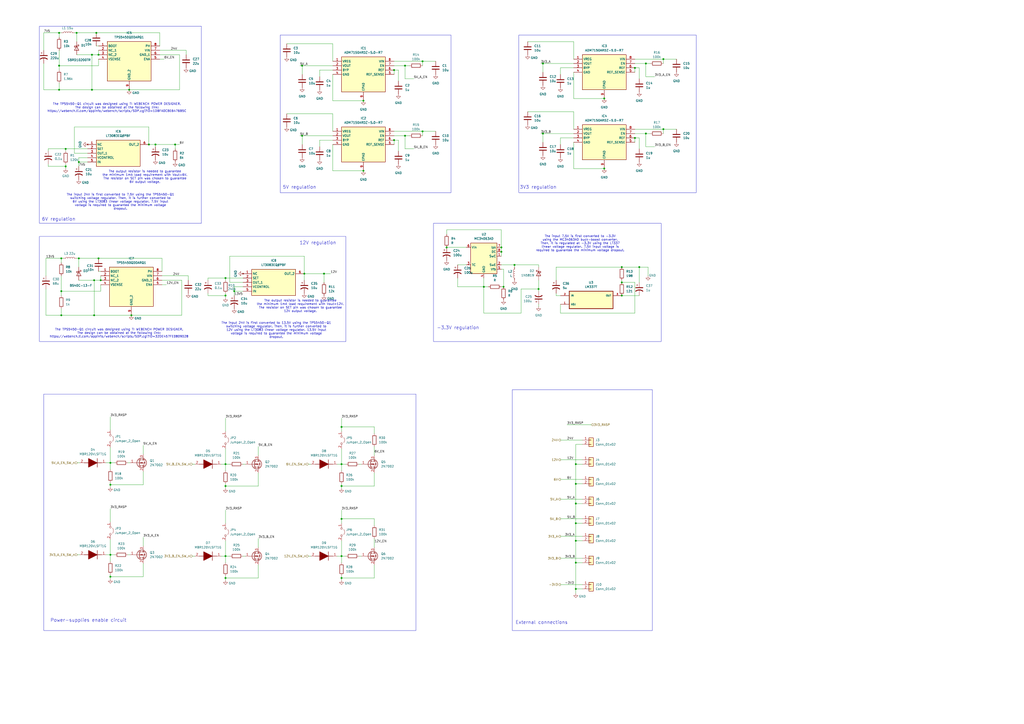
<source format=kicad_sch>
(kicad_sch (version 20231120) (generator "eeschema") (generator_version "8.0")
  (paper "A2")
  (junction (at 54.61 162.56))
  (junction (at 34.29 38.1))
  (junction (at 45.72 149.86))
  (junction (at 234.95 78.74))
  (junction (at 314.96 77.47))
  (junction (at 360.68 163.83))
  (junction (at 368.3 39.37))
  (junction (at 350.52 57.15))
  (junction (at 130.81 322.58))
  (junction (at 334.01 341.63))
  (junction (at 198.12 335.28))
  (junction (at 210.82 99.06))
  (junction (at 38.1 96.52))
  (junction (at 312.42 167.64))
  (junction (at 57.15 149.86))
  (junction (at 368.3 80.01))
  (junction (at 374.65 77.47))
  (junction (at 187.96 158.75))
  (junction (at 101.6 83.82))
  (junction (at 280.67 166.37))
  (junction (at 64.0282 334.5214))
  (junction (at 34.29 52.07))
  (junction (at 35.56 182.88))
  (junction (at 210.82 58.42))
  (junction (at 64.0282 268.4814))
  (junction (at 76.2 182.88))
  (junction (at 198.12 322.58))
  (junction (at 198.12 300.99))
  (junction (at 35.56 149.86))
  (junction (at 228.6 40.64))
  (junction (at 130.81 161.29))
  (junction (at 55.88 19.05))
  (junction (at 228.6 81.28))
  (junction (at 130.81 281.94))
  (junction (at 360.68 154.94))
  (junction (at 64.0282 281.1814))
  (junction (at 245.11 76.2))
  (junction (at 198.12 281.94))
  (junction (at 135.89 168.91))
  (junction (at 64.0282 321.8214))
  (junction (at 38.1 86.36))
  (junction (at 350.52 97.79))
  (junction (at 74.93 52.07))
  (junction (at 45.72 93.98))
  (junction (at 175.26 38.1))
  (junction (at 290.83 143.51))
  (junction (at 58.42 162.56))
  (junction (at 34.29 19.05))
  (junction (at 198.12 247.65))
  (junction (at 53.34 31.75))
  (junction (at 360.68 171.45))
  (junction (at 334.01 303.53))
  (junction (at 334.01 313.69))
  (junction (at 54.61 182.88))
  (junction (at 370.84 154.94))
  (junction (at 175.26 78.74))
  (junction (at 334.01 269.24))
  (junction (at 290.83 146.05))
  (junction (at 90.17 83.82))
  (junction (at 298.45 153.67))
  (junction (at 334.01 292.1))
  (junction (at 245.11 35.56))
  (junction (at 176.53 158.75))
  (junction (at 130.81 269.24))
  (junction (at 334.01 326.39))
  (junction (at 234.95 38.1))
  (junction (at 374.65 36.83))
  (junction (at 57.15 31.75))
  (junction (at 86.36 83.82))
  (junction (at 384.81 74.93))
  (junction (at 35.56 168.91))
  (junction (at 259.08 143.51))
  (junction (at 198.12 269.24))
  (junction (at 334.01 280.67))
  (junction (at 130.81 171.45))
  (junction (at 384.81 34.29))
  (junction (at 53.34 52.07))
  (junction (at 314.96 36.83))
  (junction (at 292.1 166.37))
  (junction (at 44.45 19.05))
  (junction (at 130.81 335.28))
  (wire (pts (xy 234.95 78.74) (xy 237.49 78.74)))
  (wire (pts (xy 176.53 158.75) (xy 187.96 158.75)))
  (wire (pts (xy 45.72 93.98) (xy 45.72 96.52)))
  (wire (pts (xy 176.53 148.59) (xy 176.53 158.75)))
  (wire (pts (xy 120.65 162.56) (xy 120.65 161.29)))
  (wire (pts (xy 128.27 322.58) (xy 130.81 322.58)))
  (wire (pts (xy 140.97 163.83) (xy 133.35 163.83)))
  (wire (pts (xy 231.14 81.28) (xy 231.14 87.63)))
  (wire (pts (xy 93.98 149.86) (xy 93.98 157.48)))
  (wire (pts (xy 325.12 323.85) (xy 337.82 323.85)))
  (wire (pts (xy 34.29 29.21) (xy 34.29 38.1)))
  (wire (pts (xy 314.96 36.83) (xy 332.74 36.83)))
  (wire (pts (xy 64.0282 281.1814) (xy 64.0282 282.4514)))
  (wire (pts (xy 322.58 171.45) (xy 322.58 170.18)))
  (wire (pts (xy 334.01 313.69) (xy 334.01 326.39)))
  (wire (pts (xy 312.42 154.94) (xy 312.42 153.67)))
  (wire (pts (xy 334.01 269.24) (xy 334.01 280.67)))
  (wire (pts (xy 368.3 74.93) (xy 384.81 74.93)))
  (wire (pts (xy 374.65 36.83) (xy 377.19 36.83)))
  (wire (pts (xy 325.12 43.18) (xy 325.12 39.37)))
  (wire (pts (xy 325.12 266.7) (xy 337.82 266.7)))
  (wire (pts (xy 198.12 269.24) (xy 198.12 273.05)))
  (wire (pts (xy 55.88 19.05) (xy 92.71 19.05)))
  (wire (pts (xy 38.1 96.52) (xy 38.1 97.79)))
  (wire (pts (xy 34.29 52.07) (xy 53.34 52.07)))
  (wire (pts (xy 25.4 29.21) (xy 25.4 19.05)))
  (wire (pts (xy 93.98 165.1) (xy 96.52 165.1)))
  (wire (pts (xy 64.0282 333.2514) (xy 64.0282 334.5214)))
  (wire (pts (xy 128.27 269.24) (xy 130.81 269.24)))
  (wire (pts (xy 61.4882 321.8214) (xy 64.0282 321.8214)))
  (wire (pts (xy 35.56 171.45) (xy 35.56 168.91)))
  (wire (pts (xy 306.07 24.13) (xy 332.74 24.13)))
  (wire (pts (xy 113.03 322.58) (xy 111.76 322.58)))
  (wire (pts (xy 74.93 52.07) (xy 104.14 52.07)))
  (wire (pts (xy 35.56 168.91) (xy 58.42 168.91)))
  (wire (pts (xy 379.73 85.09) (xy 374.65 85.09)))
  (wire (pts (xy 92.71 34.29) (xy 95.25 34.29)))
  (wire (pts (xy 64.0282 241.8114) (xy 64.0282 249.4314)))
  (wire (pts (xy 334.01 303.53) (xy 334.01 313.69)))
  (wire (pts (xy 245.11 76.2) (xy 252.73 76.2)))
  (wire (pts (xy 25.4 36.83) (xy 25.4 52.07)))
  (wire (pts (xy 234.95 38.1) (xy 237.49 38.1)))
  (wire (pts (xy 64.0282 268.4814) (xy 64.0282 272.2914)))
  (wire (pts (xy 185.42 85.09) (xy 185.42 81.28)))
  (wire (pts (xy 104.14 31.75) (xy 104.14 52.07)))
  (wire (pts (xy 302.26 181.61) (xy 280.67 181.61)))
  (wire (pts (xy 173.99 38.1) (xy 175.26 38.1)))
  (wire (pts (xy 185.42 81.28) (xy 193.04 81.28)))
  (wire (pts (xy 149.86 259.08) (xy 149.86 264.16)))
  (wire (pts (xy 368.3 80.01) (xy 370.84 80.01)))
  (wire (pts (xy 57.15 29.21) (xy 57.15 31.75)))
  (wire (pts (xy 55.88 26.67) (xy 57.15 26.67)))
  (wire (pts (xy 337.82 257.81) (xy 334.01 257.81)))
  (wire (pts (xy 240.03 45.72) (xy 234.95 45.72)))
  (wire (pts (xy 149.86 335.28) (xy 130.81 335.28)))
  (wire (pts (xy 107.95 31.75) (xy 107.95 29.21)))
  (wire (pts (xy 130.81 322.58) (xy 133.35 322.58)))
  (wire (pts (xy 198.12 281.94) (xy 198.12 283.21)))
  (wire (pts (xy 86.36 83.82) (xy 90.17 83.82)))
  (wire (pts (xy 198.12 322.58) (xy 200.66 322.58)))
  (wire (pts (xy 193.04 99.06) (xy 210.82 99.06)))
  (wire (pts (xy 325.12 181.61) (xy 368.3 181.61)))
  (wire (pts (xy 50.8 86.36) (xy 38.1 86.36)))
  (wire (pts (xy 120.65 170.18) (xy 120.65 171.45)))
  (wire (pts (xy 35.56 149.86) (xy 36.83 149.86)))
  (wire (pts (xy 83.0782 281.1814) (xy 64.0282 281.1814)))
  (wire (pts (xy 245.11 76.2) (xy 245.11 78.74)))
  (wire (pts (xy 53.34 31.75) (xy 53.34 52.07)))
  (wire (pts (xy 334.01 269.24) (xy 337.82 269.24)))
  (wire (pts (xy 290.83 133.35) (xy 290.83 143.51)))
  (wire (pts (xy 57.15 38.1) (xy 57.15 34.29)))
  (wire (pts (xy 325.12 83.82) (xy 325.12 80.01)))
  (wire (pts (xy 312.42 167.64) (xy 312.42 168.91)))
  (wire (pts (xy 149.86 274.32) (xy 149.86 281.94)))
  (wire (pts (xy 245.11 35.56) (xy 252.73 35.56)))
  (wire (pts (xy 45.72 91.44) (xy 45.72 93.98)))
  (wire (pts (xy 64.0282 268.4814) (xy 66.5682 268.4814)))
  (wire (pts (xy 234.95 45.72) (xy 234.95 38.1)))
  (wire (pts (xy 334.01 257.81) (xy 334.01 269.24)))
  (wire (pts (xy 193.04 83.82) (xy 193.04 99.06)))
  (wire (pts (xy 195.58 269.24) (xy 198.12 269.24)))
  (wire (pts (xy 379.73 44.45) (xy 374.65 44.45)))
  (wire (pts (xy 130.81 281.94) (xy 130.81 283.21)))
  (wire (pts (xy 217.17 312.42) (xy 217.17 317.5)))
  (wire (pts (xy 180.34 322.58) (xy 179.07 322.58)))
  (wire (pts (xy 302.26 181.61) (xy 302.26 167.64)))
  (wire (pts (xy 92.71 19.05) (xy 92.71 26.67)))
  (wire (pts (xy 45.72 149.86) (xy 44.45 149.86)))
  (wire (pts (xy 43.18 88.9) (xy 43.18 73.66)))
  (wire (pts (xy 328.93 246.38) (xy 342.9 246.38)))
  (wire (pts (xy 332.74 97.79) (xy 350.52 97.79)))
  (wire (pts (xy 217.17 335.28) (xy 198.12 335.28)))
  (wire (pts (xy 228.6 81.28) (xy 231.14 81.28)))
  (wire (pts (xy 101.6 83.82) (xy 104.14 83.82)))
  (wire (pts (xy 198.12 295.91) (xy 198.12 300.99)))
  (wire (pts (xy 298.45 154.94) (xy 298.45 153.67)))
  (wire (pts (xy 325.12 80.01) (xy 332.74 80.01)))
  (wire (pts (xy 64.0282 295.1514) (xy 64.0282 302.7714)))
  (wire (pts (xy 370.84 80.01) (xy 370.84 86.36)))
  (wire (pts (xy 290.83 143.51) (xy 290.83 146.05)))
  (wire (pts (xy 175.26 78.74) (xy 175.26 83.82)))
  (wire (pts (xy 259.08 143.51) (xy 270.51 143.51)))
  (wire (pts (xy 44.45 19.05) (xy 55.88 19.05)))
  (wire (pts (xy 368.3 80.01) (xy 368.3 82.55)))
  (wire (pts (xy 302.26 167.64) (xy 312.42 167.64)))
  (wire (pts (xy 35.56 179.07) (xy 35.56 182.88)))
  (wire (pts (xy 195.58 322.58) (xy 198.12 322.58)))
  (wire (pts (xy 26.67 182.88) (xy 35.56 182.88)))
  (wire (pts (xy 83.0782 258.3214) (xy 83.0782 263.4014)))
  (wire (pts (xy 34.29 48.26) (xy 34.29 52.07)))
  (wire (pts (xy 130.81 334.01) (xy 130.81 335.28)))
  (wire (pts (xy 61.4882 268.4814) (xy 64.0282 268.4814)))
  (wire (pts (xy 45.72 149.86) (xy 45.72 154.94)))
  (wire (pts (xy 334.01 326.39) (xy 337.82 326.39)))
  (wire (pts (xy 314.96 77.47) (xy 332.74 77.47)))
  (wire (pts (xy 74.1882 321.8214) (xy 75.4582 321.8214)))
  (wire (pts (xy 313.69 36.83) (xy 314.96 36.83)))
  (wire (pts (xy 290.83 153.67) (xy 298.45 153.67)))
  (wire (pts (xy 185.42 40.64) (xy 193.04 40.64)))
  (wire (pts (xy 368.3 77.47) (xy 374.65 77.47)))
  (wire (pts (xy 45.72 149.86) (xy 57.15 149.86)))
  (wire (pts (xy 27.94 87.63) (xy 27.94 86.36)))
  (wire (pts (xy 240.03 86.36) (xy 234.95 86.36)))
  (wire (pts (xy 245.11 35.56) (xy 245.11 38.1)))
  (wire (pts (xy 176.53 162.56) (xy 176.53 158.75)))
  (wire (pts (xy 64.0282 334.5214) (xy 64.0282 335.7914)))
  (wire (pts (xy 384.81 34.29) (xy 392.43 34.29)))
  (wire (pts (xy 26.67 160.02) (xy 26.67 149.86)))
  (wire (pts (xy 265.43 153.67) (xy 270.51 153.67)))
  (wire (pts (xy 228.6 35.56) (xy 245.11 35.56)))
  (wire (pts (xy 140.97 166.37) (xy 135.89 166.37)))
  (wire (pts (xy 334.01 280.67) (xy 337.82 280.67)))
  (wire (pts (xy 280.67 166.37) (xy 283.21 166.37)))
  (wire (pts (xy 140.97 161.29) (xy 130.81 161.29)))
  (wire (pts (xy 384.81 74.93) (xy 384.81 77.47)))
  (wire (pts (xy 109.22 162.56) (xy 109.22 160.02)))
  (wire (pts (xy 92.71 31.75) (xy 104.14 31.75)))
  (wire (pts (xy 175.26 38.1) (xy 175.26 43.18)))
  (wire (pts (xy 50.8 91.44) (xy 45.72 91.44)))
  (wire (pts (xy 198.12 269.24) (xy 200.66 269.24)))
  (wire (pts (xy 217.17 274.32) (xy 217.17 281.94)))
  (wire (pts (xy 312.42 176.53) (xy 312.42 177.8)))
  (wire (pts (xy 384.81 34.29) (xy 384.81 36.83)))
  (wire (pts (xy 332.74 64.77) (xy 332.74 74.93)))
  (wire (pts (xy 54.61 162.56) (xy 54.61 182.88)))
  (wire (pts (xy 325.12 278.13) (xy 337.82 278.13)))
  (wire (pts (xy 290.83 166.37) (xy 292.1 166.37)))
  (wire (pts (xy 322.58 154.94) (xy 360.68 154.94)))
  (wire (pts (xy 332.74 24.13) (xy 332.74 34.29)))
  (wire (pts (xy 322.58 162.56) (xy 322.58 154.94)))
  (wire (pts (xy 325.12 289.56) (xy 337.82 289.56)))
  (wire (pts (xy 185.42 44.45) (xy 185.42 40.64)))
  (wire (pts (xy 187.96 158.75) (xy 191.77 158.75)))
  (wire (pts (xy 149.86 281.94) (xy 130.81 281.94)))
  (wire (pts (xy 314.96 36.83) (xy 314.96 41.91)))
  (wire (pts (xy 64.0282 259.5914) (xy 64.0282 268.4814)))
  (wire (pts (xy 83.0782 334.5214) (xy 64.0282 334.5214)))
  (wire (pts (xy 217.17 304.8) (xy 217.17 300.99)))
  (wire (pts (xy 109.22 160.02) (xy 93.98 160.02)))
  (wire (pts (xy 50.8 88.9) (xy 43.18 88.9)))
  (wire (pts (xy 46.2482 321.8214) (xy 44.9782 321.8214)))
  (wire (pts (xy 64.0282 321.8214) (xy 64.0282 325.6314)))
  (wire (pts (xy 83.0782 326.9014) (xy 83.0782 334.5214)))
  (wire (pts (xy 368.3 39.37) (xy 370.84 39.37)))
  (wire (pts (xy 228.6 38.1) (xy 234.95 38.1)))
  (wire (pts (xy 34.29 19.05) (xy 35.56 19.05)))
  (wire (pts (xy 292.1 156.21) (xy 292.1 166.37)))
  (wire (pts (xy 325.12 39.37) (xy 332.74 39.37)))
  (wire (pts (xy 180.34 269.24) (xy 179.07 269.24)))
  (wire (pts (xy 44.45 31.75) (xy 53.34 31.75)))
  (wire (pts (xy 259.08 133.35) (xy 290.83 133.35)))
  (wire (pts (xy 259.08 135.89) (xy 259.08 133.35)))
  (wire (pts (xy 384.81 74.93) (xy 392.43 74.93)))
  (wire (pts (xy 375.92 154.94) (xy 375.92 160.02)))
  (wire (pts (xy 290.83 146.05) (xy 290.83 148.59)))
  (wire (pts (xy 360.68 171.45) (xy 370.84 171.45)))
  (wire (pts (xy 113.03 269.24) (xy 111.76 269.24)))
  (wire (pts (xy 198.12 322.58) (xy 198.12 326.39)))
  (wire (pts (xy 54.61 182.88) (xy 76.2 182.88)))
  (wire (pts (xy 130.81 161.29) (xy 130.81 162.56)))
  (wire (pts (xy 198.12 313.69) (xy 198.12 322.58)))
  (wire (pts (xy 332.74 41.91) (xy 332.74 57.15)))
  (wire (pts (xy 58.42 162.56) (xy 54.61 162.56)))
  (wire (pts (xy 173.99 78.74) (xy 175.26 78.74)))
  (wire (pts (xy 198.12 242.57) (xy 198.12 247.65)))
  (wire (pts (xy 140.97 322.58) (xy 142.24 322.58)))
  (wire (pts (xy 64.0282 279.9114) (xy 64.0282 281.1814)))
  (wire (pts (xy 228.6 81.28) (xy 228.6 83.82)))
  (wire (pts (xy 130.81 260.35) (xy 130.81 269.24)))
  (wire (pts (xy 133.35 163.83) (xy 133.35 148.59)))
  (wire (pts (xy 217.17 281.94) (xy 198.12 281.94)))
  (wire (pts (xy 198.12 300.99) (xy 198.12 303.53)))
  (wire (pts (xy 325.12 311.15) (xy 337.82 311.15)))
  (wire (pts (xy 368.3 163.83) (xy 360.68 163.83)))
  (wire (pts (xy 334.01 292.1) (xy 334.01 303.53)))
  (wire (pts (xy 130.81 322.58) (xy 130.81 326.39)))
  (wire (pts (xy 149.86 327.66) (xy 149.86 335.28)))
  (wire (pts (xy 34.29 38.1) (xy 57.15 38.1)))
  (wire (pts (xy 44.45 19.05) (xy 44.45 24.13)))
  (wire (pts (xy 217.17 300.99) (xy 198.12 300.99)))
  (wire (pts (xy 334.01 313.69) (xy 337.82 313.69)))
  (wire (pts (xy 198.12 334.01) (xy 198.12 335.28)))
  (wire (pts (xy 370.84 154.94) (xy 375.92 154.94)))
  (wire (pts (xy 325.12 300.99) (xy 337.82 300.99)))
  (wire (pts (xy 27.94 86.36) (xy 38.1 86.36)))
  (wire (pts (xy 45.72 93.98) (xy 50.8 93.98)))
  (wire (pts (xy 360.68 154.94) (xy 370.84 154.94)))
  (wire (pts (xy 135.89 168.91) (xy 140.97 168.91)))
  (wire (pts (xy 280.67 181.61) (xy 280.67 166.37)))
  (wire (pts (xy 38.1 95.25) (xy 38.1 96.52)))
  (wire (pts (xy 58.42 160.02) (xy 58.42 162.56)))
  (wire (pts (xy 198.12 280.67) (xy 198.12 281.94)))
  (wire (pts (xy 34.29 40.64) (xy 34.29 38.1)))
  (wire (pts (xy 325.12 176.53) (xy 325.12 181.61)))
  (wire (pts (xy 217.17 259.08) (xy 217.17 264.16)))
  (wire (pts (xy 374.65 44.45) (xy 374.65 36.83)))
  (wire (pts (xy 130.81 242.57) (xy 130.81 250.19)))
  (wire (pts (xy 107.95 29.21) (xy 92.71 29.21)))
  (wire (pts (xy 208.28 269.24) (xy 209.55 269.24)))
  (wire (pts (xy 34.29 21.59) (xy 34.29 19.05)))
  (wire (pts (xy 312.42 153.67) (xy 298.45 153.67)))
  (wire (pts (xy 57.15 31.75) (xy 53.34 31.75)))
  (wire (pts (xy 130.81 313.69) (xy 130.81 322.58)))
  (wire (pts (xy 265.43 166.37) (xy 265.43 161.29)))
  (wire (pts (xy 175.26 38.1) (xy 193.04 38.1)))
  (wire (pts (xy 130.81 171.45) (xy 130.81 172.72)))
  (wire (pts (xy 130.81 335.28) (xy 130.81 336.55)))
  (wire (pts (xy 208.28 322.58) (xy 209.55 322.58)))
  (wire (pts (xy 193.04 66.04) (xy 193.04 76.2)))
  (wire (pts (xy 228.6 40.64) (xy 228.6 43.18)))
  (wire (pts (xy 193.04 58.42) (xy 210.82 58.42)))
  (wire (pts (xy 46.2482 268.4814) (xy 44.9782 268.4814)))
  (wire (pts (xy 101.6 83.82) (xy 101.6 86.36)))
  (wire (pts (xy 53.34 52.07) (xy 74.93 52.07)))
  (wire (pts (xy 231.14 40.64) (xy 231.14 46.99)))
  (wire (pts (xy 135.89 166.37) (xy 135.89 168.91)))
  (wire (pts (xy 368.3 39.37) (xy 368.3 41.91)))
  (wire (pts (xy 193.04 43.18) (xy 193.04 58.42)))
  (wire (pts (xy 228.6 76.2) (xy 245.11 76.2)))
  (wire (pts (xy 25.4 19.05) (xy 34.29 19.05)))
  (wire (pts (xy 217.17 251.46) (xy 217.17 247.65)))
  (wire (pts (xy 313.69 77.47) (xy 314.96 77.47)))
  (wire (pts (xy 228.6 40.64) (xy 231.14 40.64)))
  (wire (pts (xy 234.95 86.36) (xy 234.95 78.74)))
  (wire (pts (xy 93.98 162.56) (xy 105.41 162.56)))
  (wire (pts (xy 290.83 156.21) (xy 292.1 156.21)))
  (wire (pts (xy 44.45 19.05) (xy 43.18 19.05)))
  (wire (pts (xy 35.56 152.4) (xy 35.56 149.86)))
  (wire (pts (xy 25.4 52.07) (xy 34.29 52.07)))
  (wire (pts (xy 306.07 64.77) (xy 332.74 64.77)))
  (wire (pts (xy 314.96 77.47) (xy 314.96 82.55)))
  (wire (pts (xy 374.65 85.09) (xy 374.65 77.47)))
  (wire (pts (xy 83.0782 273.5614) (xy 83.0782 281.1814)))
  (wire (pts (xy 26.67 167.64) (xy 26.67 182.88)))
  (wire (pts (xy 370.84 39.37) (xy 370.84 45.72)))
  (wire (pts (xy 334.01 292.1) (xy 337.82 292.1)))
  (wire (pts (xy 198.12 260.35) (xy 198.12 269.24)))
  (wire (pts (xy 43.18 73.66) (xy 86.36 73.66)))
  (wire (pts (xy 130.81 295.91) (xy 130.81 303.53)))
  (wire (pts (xy 217.17 247.65) (xy 198.12 247.65)))
  (wire (pts (xy 198.12 247.65) (xy 198.12 250.19)))
  (wire (pts (xy 58.42 168.91) (xy 58.42 165.1)))
  (wire (pts (xy 312.42 162.56) (xy 312.42 167.64)))
  (wire (pts (xy 334.01 341.63) (xy 334.01 344.17)))
  (wire (pts (xy 130.81 280.67) (xy 130.81 281.94)))
  (wire (pts (xy 370.84 154.94) (xy 370.84 163.83)))
  (wire (pts (xy 35.56 182.88) (xy 54.61 182.88)))
  (wire (pts (xy 332.74 82.55) (xy 332.74 97.79)))
  (wire (pts (xy 45.72 162.56) (xy 54.61 162.56)))
  (wire (pts (xy 280.67 166.37) (xy 280.67 161.29)))
  (wire (pts (xy 120.65 171.45) (xy 130.81 171.45)))
  (wire (pts (xy 64.0282 321.8214) (xy 66.5682 321.8214)))
  (wire (pts (xy 38.1 86.36) (xy 38.1 87.63)))
  (wire (pts (xy 140.97 269.24) (xy 142.24 269.24)))
  (wire (pts (xy 90.17 85.09) (xy 90.17 83.82)))
  (wire (pts (xy 198.12 335.28) (xy 198.12 336.55)))
  (wire (pts (xy 368.3 34.29) (xy 384.81 34.29)))
  (wire (pts (xy 325.12 171.45) (xy 322.58 171.45)))
  (wire (pts (xy 86.36 73.66) (xy 86.36 83.82)))
  (wire (pts (xy 83.0782 311.6614) (xy 83.0782 316.7414)))
  (wire (pts (xy 27.94 95.25) (xy 27.94 96.52)))
  (wire (pts (xy 57.15 149.86) (xy 93.98 149.86)))
  (wire (pts (xy 325.12 339.09) (xy 337.82 339.09)))
  (wire (pts (xy 368.3 36.83) (xy 374.65 36.83)))
  (wire (pts (xy 334.01 303.53) (xy 337.82 303.53)))
  (wire (pts (xy 130.81 170.18) (xy 130.81 171.45)))
  (wire (pts (xy 187.96 158.75) (xy 187.96 163.83)))
  (wire (pts (xy 57.15 157.48) (xy 58.42 157.48)))
  (wire (pts (xy 64.0282 312.9314) (xy 64.0282 321.8214)))
  (wire (pts (xy 166.37 66.04) (xy 193.04 66.04)))
  (wire (pts (xy 149.86 312.42) (xy 149.86 317.5)))
  (wire (pts (xy 228.6 78.74) (xy 234.95 78.74)))
  (wire (pts (xy 76.2 182.88) (xy 105.41 182.88)))
  (wire (pts (xy 334.01 280.67) (xy 334.01 292.1)))
  (wire (pts (xy 265.43 166.37) (xy 280.67 166.37)))
  (wire (pts (xy 217.17 327.66) (xy 217.17 335.28)))
  (wire (pts (xy 325.12 255.27) (xy 337.82 255.27)))
  (wire (pts (xy 368.3 181.61) (xy 368.3 163.83)))
  (wire (pts (xy 374.65 77.47) (xy 377.19 77.47)))
  (wire (pts (xy 105.41 162.56) (xy 105.41 182.88)))
  (wire (pts (xy 175.26 78.74) (xy 193.04 78.74)))
  (wire (pts (xy 120.65 161.29) (xy 130.81 161.29)))
  (wire (pts (xy 133.35 148.59) (xy 176.53 148.59)))
  (wire (pts (xy 130.81 269.24) (xy 133.35 269.24)))
  (wire (pts (xy 27.94 96.52) (xy 38.1 96.52)))
  (wire (pts (xy 193.04 25.4) (xy 193.04 35.56)))
  (wire (pts (xy 360.68 162.56) (xy 360.68 163.83)))
  (wire (pts (xy 74.1882 268.4814) (xy 75.4582 268.4814)))
  (wire (pts (xy 334.01 326.39) (xy 334.01 341.63)))
  (wire (pts (xy 166.37 25.4) (xy 193.04 25.4)))
  (wire (pts (xy 90.17 83.82) (xy 101.6 83.82)))
  (wire (pts (xy 130.81 269.24) (xy 130.81 273.05)))
  (wire (pts (xy 332.74 57.15) (xy 350.52 57.15)))
  (wire (pts (xy 26.67 149.86) (xy 35.56 149.86)))
  (wire (pts (xy 135.89 168.91) (xy 135.89 171.45)))
  (wire (pts (xy 334.01 341.63) (xy 337.82 341.63)))
  (wire (pts (xy 35.56 160.02) (xy 35.56 168.91)))
  (rectangle (start 251.46 129.54) (end 383.54 198.12))
  (rectangle (start 300.99 20.32) (end 403.86 111.76))
  (rectangle (start 22.86 15.24) (end 116.84 129.54))
  (rectangle (start 22.86 137.16) (end 200.66 198.12))
  (rectangle (start 162.56 20.32) (end 261.62 111.76))
  (rectangle (start 297.18 226.06) (end 378.46 365.76))
  (rectangle (start 25.4 228.6) (end 241.3 365.76))
  (text "The output resistor is needed to guarantee\nthe minimum 1mA load requirement with Vout=12V.\nThe resistor on SET pin was chosen to guarantee\n12V output voltage." (at 174.244 177.546 0) (effects (font (size 1.27 1.27))))
  (text "5V regulation" (at 173.736 108.712 0) (effects (font (size 1.905 1.905))))
  (text "The input 24V is first converted to 13.5V using the TPS5450-Q1\nswitching voltage regulator. Then, it is further converted to\n12V using the LT3083 linear voltage regulator. 13.5V input\nvoltage is required to guarantee the minimum voltage\ndropout." (at 160.274 191.516 0) (effects (font (size 1.27 1.27))))
  (text "External connections" (at 314.198 361.188 0) (effects (font (size 1.905 1.905))))
  (text "3V3 regulation" (at 312.166 108.712 0) (effects (font (size 1.905 1.905))))
  (text "Power-supplies enable circuit" (at 51.308 359.918 0) (effects (font (size 1.905 1.905))))
  (text "The input 7.5V is first converted to -3.3V\nusing the MC34063AD buck-boost converter.\nThen, it is regulated at -3.3V using the LT337\nlinear voltage regulator. 7.5V input voltage is\nrequired to guarantee the minimum voltage dropout." (at 336.55 141.224 0) (effects (font (size 1.27 1.27))))
  (text "The output resistor is needed to guarantee\nthe minimum 1mA load requirement with Vout=6V.\nThe resistor on SET pin was chosen to guarantee\n6V output voltage." (at 84.074 102.616 0) (effects (font (size 1.27 1.27))))
  (text "The TPS5450-Q1 circuit was designed using TI WEBENCH POWER DESIGNER.\nThe design can be obtained at the following link:\nhttps://webench.ti.com/appinfo/webench/scripts/SDP.cgi?ID=32DE457FE0809D28" (at 69.088 193.294 0) (effects (font (size 1.27 1.27))))
  (text "The TPS5450-Q1 circuit was designed using TI WEBENCH POWER DESIGNER.\nThe design can be obtained at the following link:\nhttps://webench.ti.com/appinfo/webench/scripts/SDP.cgi?ID=1DBFA0CBE6476B5C\n" (at 67.818 62.484 0) (effects (font (size 1.27 1.27))))
  (text "6V regulation" (at 34.036 127.254 0) (effects (font (size 1.905 1.905))))
  (text "12V regulation" (at 184.404 140.97 0) (effects (font (size 1.905 1.905))))
  (text "The input 24V is first converted to 7.5V using the TPS5450-Q1\nswitching voltage regulator. Then, it is further converted to\n6V using the LT3083 linear voltage regulator. 7.5V input\nvoltage is required to guarantee the minimum voltage\ndropout." (at 69.85 117.094 0) (effects (font (size 1.27 1.27))))
  (text "-3.3V regulation" (at 265.684 190.246 0) (effects (font (size 1.905 1.905))))
  (label "3V3_A" (at 327.66 311.15 0))
  (label "3V3_A" (at 313.69 36.83 0))
  (label "5V_A" (at 173.99 38.1 0))
  (label "5V_A_EN" (at 83.0782 258.3214 0))
  (label "6V" (at 104.14 83.82 0))
  (label "6V_EN" (at 217.17 262.89 0))
  (label "3V3_A_EN" (at 83.0782 311.6614 0))
  (label "3V3_A_EN" (at 379.73 44.45 0))
  (label "3V3_RASP" (at 198.12 295.91 0))
  (label "13V5" (at 26.67 149.86 0))
  (label "12V_EN" (at 96.52 165.1 0))
  (label "5V_B_EN" (at 240.03 86.36 0))
  (label "3V3_B_EN" (at 379.73 85.09 0))
  (label "3V3_RASP" (at 130.81 295.91 0))
  (label "3V3_RASP" (at 130.81 242.57 0))
  (label "3V3_RASP" (at 64.0282 241.8114 0))
  (label "3V3_RASP" (at 64.0282 295.1514 0))
  (label "5V_B_EN" (at 149.86 259.08 0))
  (label "5V_A" (at 328.93 289.56 0))
  (label "7V5" (at 45.72 96.52 0))
  (label "6V" (at 328.93 278.13 0))
  (label "3V3_B_EN" (at 149.86 312.42 0))
  (label "13V5" (at 135.89 171.45 0))
  (label "24V" (at 100.33 160.02 0))
  (label "12V" (at 328.93 266.7 0))
  (label "7V5" (at 25.4 19.05 0))
  (label "3V3_RASP" (at 328.93 246.38 0))
  (label "5V_B" (at 328.93 300.99 0))
  (label "12V" (at 191.77 158.75 0))
  (label "5V_A_EN" (at 240.03 45.72 0))
  (label "24V" (at 328.93 255.27 0))
  (label "3V3_RASP" (at 198.12 242.57 0))
  (label "12V_EN" (at 217.17 314.96 0))
  (label "3V3_B" (at 313.69 77.47 0))
  (label "5V_B" (at 173.99 78.74 0))
  (label "3V3_B" (at 327.66 323.85 0))
  (label "24V" (at 99.06 29.21 0))
  (label "6V_EN" (at 95.25 34.29 0))
  (label "-3V3" (at 327.66 339.09 0))
  (hierarchical_label "6V_EN_SW_n" (shape input) (at 179.07 269.24 180))
  (hierarchical_label "3V3_RASP" (shape input) (at 342.9 246.38 0))
  (hierarchical_label "3V3_B_EN_SW_n" (shape input) (at 111.76 322.58 180))
  (hierarchical_label "12V" (shape output) (at 325.12 266.7 180))
  (hierarchical_label "-3V3" (shape output) (at 325.12 339.09 180))
  (hierarchical_label "5V_A" (shape output) (at 325.12 289.56 180))
  (hierarchical_label "5V_B_EN_SW_n" (shape input) (at 111.76 269.24 180))
  (hierarchical_label "3V3_A" (shape output) (at 325.12 311.15 180))
  (hierarchical_label "5V_A_EN_SW_n" (shape input) (at 44.9782 268.4814 180))
  (hierarchical_label "6V" (shape output) (at 325.12 278.13 180))
  (hierarchical_label "24V" (shape output) (at 325.12 255.27 180))
  (hierarchical_label "5V_B" (shape output) (at 325.12 300.99 180))
  (hierarchical_label "3V3_B" (shape output) (at 325.12 323.85 180))
  (hierarchical_label "3V3_A_EN_SW_n" (shape input) (at 44.9782 321.8214 180))
  (hierarchical_label "12V_EN_SW_n" (shape input) (at 179.07 322.58 180))
  (symbol (lib_id "Device:L") (at 40.64 149.86 90) (unit 1)
    (property "Reference" "L3" (at 38.354 147.066 90))
    (property "Value" "22u" (at 41.91 147.066 90))
    (property "Description" "Inductor" (effects (hide yes)))
  )
  (symbol (lib_id "Jumper:Jumper_2_Open") (at 64.0282 254.5114 270) (unit 1)
    (property "Reference" "JP1" (at 66.5682 253.2413 90) (effects (justify left)))
    (property "Value" "Jumper_2_Open" (at 66.5682 255.7813 90) (effects (justify left)))
    (property "Description" "Jumper, 2-pole, open" (effects (hide yes)))
  )
  (symbol (lib_id "Device:R") (at 381 36.83 270) (unit 1)
    (property "Reference" "R16" (at 381 30.48 90))
    (property "Value" "100k" (at 381 33.02 90))
    (property "Description" "Resistor" (effects (hide yes)))
  )
  (symbol (lib_id "Device:L") (at 39.37 19.05 90) (unit 1)
    (property "Reference" "L1" (at 37.084 16.256 90))
    (property "Value" "15u" (at 40.64 16.256 90))
    (property "Description" "Inductor" (effects (hide yes)))
  )
  (symbol (lib_id "MBR120VLSFT1G:MBR120VLSFT1G") (at 128.27 322.58 180) (unit 1)
    (property "Reference" "D7" (at 120.65 314.96 0))
    (property "Value" "MBR120VLSFT1G" (at 120.65 317.5 0))
    (property "Footprint" "SODFL3616X98N" (effects (hide yes)))
    (property "Datasheet" "https://www.onsemi.com/pub/Collateral/MBR120VLSFT1-D.PDF" (effects (hide yes)))
    (property "Description" "Guardring for Stress Protection; Optimized for Very Low Forward Voltage; 125 C Operating Junction Temperature; Epoxy Meets UL94, VO; Package Designed for Optimal Automated Board Assembly; ESD Rated Machine Model C; ESD Rated Human Body Model 3B; Device Meets MSL 1 Requirements; Pb-Free Packages are Available" (effects (hide yes)))
    (property "Height" "0.98" (effects (hide yes)))
    (property "Mouser Part Number" "863-MBR120VLSFT1G" (effects (hide yes)))
    (property "Mouser Price/Stock" "https://www.mouser.co.uk/ProductDetail/onsemi/MBR120VLSFT1G?qs=3JMERSakebpX%252BkItPpFCkg%3D%3D" (effects (hide yes)))
    (property "Manufacturer_Name" "onsemi" (effects (hide yes)))
    (property "Manufacturer_Part_Number" "MBR120VLSFT1G" (effects (hide yes)))
  )
  (symbol (lib_id "Connector_Generic:Conn_01x02") (at 342.9 311.15 0) (unit 1)
    (property "Reference" "J8" (at 345.44 311.1499 0) (effects (justify left)))
    (property "Value" "Conn_01x02" (at 345.44 313.6899 0) (effects (justify left)))
    (property "Description" "Generic connector, single row, 01x02, script generated (kicad-library-utils/schlib/autogen/connector/)" (effects (hide yes)))
  )
  (symbol (lib_id "Device:C_Polarized_US") (at 25.4 33.02 0) (unit 1)
    (property "Reference" "C29" (at 29.21 31.1149 0) (effects (justify left)))
    (property "Value" "220u" (at 29.21 33.6549 0) (effects (justify left)))
    (property "Footprint" "Capacitor_SMD:C_0805_2012Metric_Pad1.18x1.45mm_HandSolder" (effects (hide yes)))
  )
  (symbol (lib_id "power:GND") (at 231.14 95.25 0) (unit 1)
    (property "Reference" "#PWR021" (effects (hide yes)))
    (property "Value" "GND" (at 231.14 100.33 0))
    (property "Description" "Power symbol creates a global label with name \"GND\" , ground" (effects (hide yes)))
  )
  (symbol (lib_id "power:GND") (at 334.01 344.17 0) (unit 1)
    (property "Reference" "#PWR060" (effects (hide yes)))
    (property "Value" "GND" (at 337.82 345.948 0))
    (property "Description" "Power symbol creates a global label with name \"GND\" , ground" (effects (hide yes)))
  )
  (symbol (lib_id "ADM7150ARDZ-5_0-R7:ADM7150ARDZ-5.0-R7") (at 332.74 74.93 0) (unit 1)
    (property "Reference" "IC4" (at 350.52 67.31 0))
    (property "Value" "ADM7150ARDZ-5.0-R7" (at 350.52 69.85 0))
    (property "Footprint" "SOIC127P600X175-9N" (effects (hide yes)))
    (property "Datasheet" "https://componentsearchengine.com/Datasheets/1/ADM7150ARDZ-5.0-R7.pdf" (effects (hide yes)))
    (property "Description" "LDO Voltage Regulators 800mA ULN LDO 5.0Vo" (effects (hide yes)))
    (property "Height" "1.75" (effects (hide yes)))
    (property "Mouser Part Number" "584-ADM7150ARDZ5.0R7" (effects (hide yes)))
    (property "Mouser Price/Stock" "https://www.mouser.co.uk/ProductDetail/Analog-Devices/ADM7150ARDZ-5.0-R7?qs=J50fqX%2Fl9iqoesMUO5aNgw%3D%3D" (effects (hide yes)))
    (property "Manufacturer_Name" "Analog Devices" (effects (hide yes)))
    (property "Manufacturer_Part_Number" "ADM7150ARDZ-5.0-R7" (effects (hide yes)))
  )
  (symbol (lib_id "Transistor_FET:2N7002") (at 147.32 322.58 0) (unit 1)
    (property "Reference" "Q4" (at 153.67 321.3099 0) (effects (justify left)))
    (property "Value" "2N7002" (at 153.67 323.8499 0) (effects (justify left)))
    (property "Footprint" "Package_TO_SOT_SMD:SOT-23" (effects (hide yes)))
    (property "Datasheet" "https://www.onsemi.com/pub/Collateral/NDS7002A-D.PDF" (effects (hide yes)))
    (property "Description" "0.115A Id, 60V Vds, N-Channel MOSFET, SOT-23" (effects (hide yes)))
  )
  (symbol (lib_id "power:GND") (at 166.37 33.02 0) (unit 1)
    (property "Reference" "#PWR013" (effects (hide yes)))
    (property "Value" "GND" (at 170.18 34.798 0))
    (property "Description" "Power symbol creates a global label with name \"GND\" , ground" (effects (hide yes)))
  )
  (symbol (lib_id "Device:R") (at 198.12 330.2 0) (unit 1)
    (property "Reference" "R28" (at 200.66 328.9299 0) (effects (justify left)))
    (property "Value" "100k" (at 200.66 331.4699 0) (effects (justify left)))
    (property "Description" "Resistor" (effects (hide yes)))
  )
  (symbol (lib_id "Transistor_FET:2N7002") (at 147.32 269.24 0) (unit 1)
    (property "Reference" "Q2" (at 153.67 267.9699 0) (effects (justify left)))
    (property "Value" "2N7002" (at 153.67 270.5099 0) (effects (justify left)))
    (property "Footprint" "Package_TO_SOT_SMD:SOT-23" (effects (hide yes)))
    (property "Datasheet" "https://www.onsemi.com/pub/Collateral/NDS7002A-D.PDF" (effects (hide yes)))
    (property "Description" "0.115A Id, 60V Vds, N-Channel MOSFET, SOT-23" (effects (hide yes)))
  )
  (symbol (lib_id "power:GND") (at 370.84 53.34 0) (unit 1)
    (property "Reference" "#PWR027" (effects (hide yes)))
    (property "Value" "GND" (at 370.84 58.42 0))
    (property "Description" "Power symbol creates a global label with name \"GND\" , ground" (effects (hide yes)))
  )
  (symbol (lib_id "Connector_Generic:Conn_01x02") (at 342.9 300.99 0) (unit 1)
    (property "Reference" "J7" (at 345.44 300.9899 0) (effects (justify left)))
    (property "Value" "Conn_01x02" (at 345.44 303.5299 0) (effects (justify left)))
    (property "Description" "Generic connector, single row, 01x02, script generated (kicad-library-utils/schlib/autogen/connector/)" (effects (hide yes)))
  )
  (symbol (lib_id "Connector_Generic:Conn_01x02") (at 342.9 323.85 0) (unit 1)
    (property "Reference" "J9" (at 345.44 323.8499 0) (effects (justify left)))
    (property "Value" "Conn_01x02" (at 345.44 326.3899 0) (effects (justify left)))
    (property "Description" "Generic connector, single row, 01x02, script generated (kicad-library-utils/schlib/autogen/connector/)" (effects (hide yes)))
  )
  (symbol (lib_id "Device:R") (at 287.02 166.37 90) (unit 1)
    (property "Reference" "R5" (at 287.02 160.02 90))
    (property "Value" "R" (at 287.02 162.56 90))
    (property "Description" "Resistor" (effects (hide yes)))
  )
  (symbol (lib_id "power:GND") (at 101.6 93.98 0) (unit 1)
    (property "Reference" "#PWR043" (effects (hide yes)))
    (property "Value" "GND" (at 105.41 95.758 0))
    (property "Description" "Power symbol creates a global label with name \"GND\" , ground" (effects (hide yes)))
  )
  (symbol (lib_id "LT3083EQ#PBF:LT3083EQ#PBF") (at 140.97 158.75 0) (unit 1)
    (property "Reference" "IC8" (at 158.75 151.13 0))
    (property "Value" "LT3083EQ#PBF" (at 158.75 153.67 0))
    (property "Footprint" "LT3083EQPBF" (effects (hide yes)))
    (property "Datasheet" "https://www.analog.com/media/en/technical-documentation/data-sheets/LT3083.pdf" (effects (hide yes)))
    (property "Description" "Linear Voltage Regulator IC Positive Adjustable 1 Output 3A 5-DDPAK" (effects (hide yes)))
    (property "Height" "4.877" (effects (hide yes)))
    (property "Mouser Part Number" "584-LT3083EQ#PBF" (effects (hide yes)))
    (property "Mouser Price/Stock" "https://www.mouser.co.uk/ProductDetail/Analog-Devices/LT3083EQPBF?qs=hVkxg5c3xu%252B7n7Y4FRyqVQ%3D%3D" (effects (hide yes)))
    (property "Manufacturer_Name" "Analog Devices" (effects (hide yes)))
    (property "Manufacturer_Part_Number" "LT3083EQ#PBF" (effects (hide yes)))
  )
  (symbol (lib_id "power:GND") (at 135.89 179.07 0) (unit 1)
    (property "Reference" "#PWR049" (effects (hide yes)))
    (property "Value" "GND" (at 139.7 180.848 0))
    (property "Description" "Power symbol creates a global label with name \"GND\" , ground" (effects (hide yes)))
  )
  (symbol (lib_id "Device:C") (at 252.73 39.37 0) (unit 1)
    (property "Reference" "C1" (at 256.54 38.0999 0) (effects (justify left)))
    (property "Value" "10u" (at 256.54 40.6399 0) (effects (justify left)))
    (property "Description" "Unpolarized capacitor" (effects (hide yes)))
  )
  (symbol (lib_id "Device:C") (at 314.96 45.72 0) (unit 1)
    (property "Reference" "C12" (at 318.77 44.4499 0) (effects (justify left)))
    (property "Value" "10u" (at 318.77 46.9899 0) (effects (justify left)))
    (property "Description" "Unpolarized capacitor" (effects (hide yes)))
  )
  (symbol (lib_id "MBR120VLSFT1G:MBR120VLSFT1G") (at 195.58 269.24 180) (unit 1)
    (property "Reference" "D8" (at 187.96 261.62 0))
    (property "Value" "MBR120VLSFT1G" (at 187.96 264.16 0))
    (property "Footprint" "SODFL3616X98N" (effects (hide yes)))
    (property "Datasheet" "https://www.onsemi.com/pub/Collateral/MBR120VLSFT1-D.PDF" (effects (hide yes)))
    (property "Description" "Guardring for Stress Protection; Optimized for Very Low Forward Voltage; 125 C Operating Junction Temperature; Epoxy Meets UL94, VO; Package Designed for Optimal Automated Board Assembly; ESD Rated Machine Model C; ESD Rated Human Body Model 3B; Device Meets MSL 1 Requirements; Pb-Free Packages are Available" (effects (hide yes)))
    (property "Height" "0.98" (effects (hide yes)))
    (property "Mouser Part Number" "863-MBR120VLSFT1G" (effects (hide yes)))
    (property "Mouser Price/Stock" "https://www.mouser.co.uk/ProductDetail/onsemi/MBR120VLSFT1G?qs=3JMERSakebpX%252BkItPpFCkg%3D%3D" (effects (hide yes)))
    (property "Manufacturer_Name" "onsemi" (effects (hide yes)))
    (property "Manufacturer_Part_Number" "MBR120VLSFT1G" (effects (hide yes)))
  )
  (symbol (lib_id "power:GND") (at 187.96 171.45 0) (unit 1)
    (property "Reference" "#PWR052" (effects (hide yes)))
    (property "Value" "GND" (at 191.77 173.228 0))
    (property "Description" "Power symbol creates a global label with name \"GND\" , ground" (effects (hide yes)))
  )
  (symbol (lib_id "LM337T:LM337T") (at 342.9 173.99 0) (unit 1)
    (property "Reference" "U3" (at 342.9 163.83 0))
    (property "Value" "LM337T" (at 342.9 166.37 0))
    (property "Footprint" "LM337T:TO254P1054X470X1955-3" (effects (hide yes)))
    (property "MF" "Texas Instruments" (effects (hide yes)))
    (property "Description_1" "\n                        \n                            1.5-A, negative, adjustable linear voltage regulator 3-TO-220 0 to 125\n                        \n" (effects (hide yes)))
    (property "Package" "TO-220-3 Texas Instruments" (effects (hide yes)))
    (property "Price" "None" (effects (hide yes)))
    (property "SnapEDA_Link" "https://www.snapeda.com/parts/LM337T/Texas+Instruments/view-part/?ref=snap" (effects (hide yes)))
    (property "MP" "LM337T" (effects (hide yes)))
    (property "Availability" "In Stock" (effects (hide yes)))
    (property "Check_prices" "https://www.snapeda.com/parts/LM337T/Texas+Instruments/view-part/?ref=eda" (effects (hide yes)))
  )
  (symbol (lib_id "Device:C") (at 325.12 46.99 0) (unit 1)
    (property "Reference" "C13" (at 328.93 45.7199 0) (effects (justify left)))
    (property "Value" "1u" (at 328.93 48.2599 0) (effects (justify left)))
    (property "Description" "Unpolarized capacitor" (effects (hide yes)))
  )
  (symbol (lib_id "Device:C_Polarized_US") (at 45.72 100.33 0) (unit 1)
    (property "Reference" "C21" (at 49.53 98.4249 0) (effects (justify left)))
    (property "Value" "10u" (at 49.53 100.9649 0) (effects (justify left)))
    (property "Footprint" "Capacitor_SMD:C_0805_2012Metric_Pad1.18x1.45mm_HandSolder" (effects (hide yes)))
  )
  (symbol (lib_id "Device:C_Polarized_US") (at 90.17 88.9 0) (unit 1)
    (property "Reference" "C23" (at 93.98 86.9949 0) (effects (justify left)))
    (property "Value" "10u" (at 93.98 89.5349 0) (effects (justify left)))
    (property "Footprint" "Capacitor_SMD:C_0805_2012Metric_Pad1.18x1.45mm_HandSolder" (effects (hide yes)))
  )
  (symbol (lib_id "Diode:1N5819") (at 312.42 158.75 90) (mirror x) (unit 1)
    (property "Reference" "D2" (at 309.88 157.1624 90) (effects (justify left)))
    (property "Value" "1N5819" (at 309.88 159.7024 90) (effects (justify left)))
    (property "Footprint" "Diode_THT:D_DO-41_SOD81_P10.16mm_Horizontal" (effects (hide yes)))
    (property "Datasheet" "http://www.vishay.com/docs/88525/1n5817.pdf" (effects (hide yes)))
    (property "Description" "40V 1A Schottky Barrier Rectifier Diode, DO-41" (effects (hide yes)))
  )
  (symbol (lib_id "Device:R") (at 34.29 44.45 180) (unit 1)
    (property "Reference" "R7" (at 36.83 43.1799 0) (effects (justify right)))
    (property "Value" "1.96k" (at 36.83 45.7199 0) (effects (justify right)))
    (property "Description" "Resistor" (effects (hide yes)))
  )
  (symbol (lib_id "Jumper:Jumper_2_Open") (at 198.12 255.27 270) (unit 1)
    (property "Reference" "JP5" (at 200.66 253.9999 90) (effects (justify left)))
    (property "Value" "Jumper_2_Open" (at 200.66 256.5399 90) (effects (justify left)))
    (property "Description" "Jumper, 2-pole, open" (effects (hide yes)))
  )
  (symbol (lib_id "Device:R") (at 101.6 90.17 180) (unit 1)
    (property "Reference" "R2" (at 104.14 88.8999 0) (effects (justify right)))
    (property "Value" "6k" (at 104.14 91.4399 0) (effects (justify right)))
    (property "Description" "Resistor" (effects (hide yes)))
  )
  (symbol (lib_id "power:GND") (at 90.17 92.71 0) (unit 1)
    (property "Reference" "#PWR038" (effects (hide yes)))
    (property "Value" "GND" (at 93.98 94.488 0))
    (property "Description" "Power symbol creates a global label with name \"GND\" , ground" (effects (hide yes)))
  )
  (symbol (lib_id "Device:R") (at 241.3 78.74 270) (unit 1)
    (property "Reference" "R15" (at 241.3 72.39 90))
    (property "Value" "100k" (at 241.3 74.93 90))
    (property "Description" "Resistor" (effects (hide yes)))
  )
  (symbol (lib_id "Device:R") (at 360.68 158.75 0) (unit 1)
    (property "Reference" "R13" (at 363.22 157.4799 0) (effects (justify left)))
    (property "Value" "198" (at 363.22 160.0199 0) (effects (justify left)))
    (property "Description" "Resistor" (effects (hide yes)))
  )
  (symbol (lib_id "power:GND") (at 325.12 91.44 0) (unit 1)
    (property "Reference" "#PWR031" (effects (hide yes)))
    (property "Value" "GND" (at 325.12 96.52 0))
    (property "Description" "Power symbol creates a global label with name \"GND\" , ground" (effects (hide yes)))
  )
  (symbol (lib_id "Device:D_Schottky") (at 44.45 27.94 270) (unit 1)
    (property "Reference" "D1" (at 46.99 26.3524 90) (effects (justify left)))
    (property "Value" "SBRD10200TR" (at 39.116 34.798 90) (effects (justify left)))
    (property "Description" "Schottky diode" (effects (hide yes)))
  )
  (symbol (lib_id "ADM7150ARDZ-5_0-R7:ADM7150ARDZ-5.0-R7") (at 332.74 34.29 0) (unit 1)
    (property "Reference" "IC3" (at 350.52 26.67 0))
    (property "Value" "ADM7150ARDZ-5.0-R7" (at 350.52 29.21 0))
    (property "Footprint" "SOIC127P600X175-9N" (effects (hide yes)))
    (property "Datasheet" "https://componentsearchengine.com/Datasheets/1/ADM7150ARDZ-5.0-R7.pdf" (effects (hide yes)))
    (property "Description" "LDO Voltage Regulators 800mA ULN LDO 5.0Vo" (effects (hide yes)))
    (property "Height" "1.75" (effects (hide yes)))
    (property "Mouser Part Number" "584-ADM7150ARDZ5.0R7" (effects (hide yes)))
    (property "Mouser Price/Stock" "https://www.mouser.co.uk/ProductDetail/Analog-Devices/ADM7150ARDZ-5.0-R7?qs=J50fqX%2Fl9iqoesMUO5aNgw%3D%3D" (effects (hide yes)))
    (property "Manufacturer_Name" "Analog Devices" (effects (hide yes)))
    (property "Manufacturer_Part_Number" "ADM7150ARDZ-5.0-R7" (effects (hide yes)))
  )
  (symbol (lib_id "Device:C") (at 306.07 27.94 0) (unit 1)
    (property "Reference" "C11" (at 309.88 26.6699 0) (effects (justify left)))
    (property "Value" "10u" (at 309.88 29.2099 0) (effects (justify left)))
    (property "Description" "Unpolarized capacitor" (effects (hide yes)))
  )
  (symbol (lib_id "MBR120VLSFT1G:MBR120VLSFT1G") (at 61.4882 268.4814 180) (unit 1)
    (property "Reference" "D4" (at 53.8682 260.8614 0))
    (property "Value" "MBR120VLSFT1G" (at 53.8682 263.4014 0))
    (property "Footprint" "SODFL3616X98N" (effects (hide yes)))
    (property "Datasheet" "https://www.onsemi.com/pub/Collateral/MBR120VLSFT1-D.PDF" (effects (hide yes)))
    (property "Description" "Guardring for Stress Protection; Optimized for Very Low Forward Voltage; 125 C Operating Junction Temperature; Epoxy Meets UL94, VO; Package Designed for Optimal Automated Board Assembly; ESD Rated Machine Model C; ESD Rated Human Body Model 3B; Device Meets MSL 1 Requirements; Pb-Free Packages are Available" (effects (hide yes)))
    (property "Height" "0.98" (effects (hide yes)))
    (property "Mouser Part Number" "863-MBR120VLSFT1G" (effects (hide yes)))
    (property "Mouser Price/Stock" "https://www.mouser.co.uk/ProductDetail/onsemi/MBR120VLSFT1G?qs=3JMERSakebpX%252BkItPpFCkg%3D%3D" (effects (hide yes)))
    (property "Manufacturer_Name" "onsemi" (effects (hide yes)))
    (property "Manufacturer_Part_Number" "MBR120VLSFT1G" (effects (hide yes)))
  )
  (symbol (lib_id "power:GND") (at 166.37 73.66 0) (unit 1)
    (property "Reference" "#PWR017" (effects (hide yes)))
    (property "Value" "GND" (at 170.18 75.438 0))
    (property "Description" "Power symbol creates a global label with name \"GND\" , ground" (effects (hide yes)))
  )
  (symbol (lib_id "Jumper:Jumper_2_Open") (at 198.12 308.61 270) (unit 1)
    (property "Reference" "JP6" (at 200.66 307.3399 90) (effects (justify left)))
    (property "Value" "Jumper_2_Open" (at 200.66 309.8799 90) (effects (justify left)))
    (property "Description" "Jumper, 2-pole, open" (effects (hide yes)))
  )
  (symbol (lib_id "Device:R") (at 70.3782 268.4814 90) (unit 1)
    (property "Reference" "R19" (at 70.3782 262.1314 90))
    (property "Value" "100k" (at 70.3782 264.6714 90))
    (property "Description" "Resistor" (effects (hide yes)))
  )
  (symbol (lib_id "power:GND") (at 375.92 160.02 0) (mirror y) (unit 1)
    (property "Reference" "#PWR053" (effects (hide yes)))
    (property "Value" "GND" (at 378.46 159.766 0))
    (property "Description" "Power symbol creates a global label with name \"GND\" , ground" (effects (hide yes)))
  )
  (symbol (lib_id "Device:R") (at 64.0282 329.4414 0) (unit 1)
    (property "Reference" "R22" (at 66.5682 328.1713 0) (effects (justify left)))
    (property "Value" "100k" (at 66.5682 330.7113 0) (effects (justify left)))
    (property "Description" "Resistor" (effects (hide yes)))
  )
  (symbol (lib_id "power:GND") (at 231.14 54.61 0) (unit 1)
    (property "Reference" "#PWR012" (effects (hide yes)))
    (property "Value" "GND" (at 231.14 59.69 0))
    (property "Description" "Power symbol creates a global label with name \"GND\" , ground" (effects (hide yes)))
  )
  (symbol (lib_id "power:GND") (at 259.08 151.13 0) (unit 1)
    (property "Reference" "#PWR039" (effects (hide yes)))
    (property "Value" "GND" (at 259.08 156.21 0))
    (property "Description" "Power symbol creates a global label with name \"GND\" , ground" (effects (hide yes)))
  )
  (symbol (lib_id "Device:C_Polarized_US") (at 265.43 157.48 0) (unit 1)
    (property "Reference" "C26" (at 269.24 155.5749 0) (effects (justify left)))
    (property "Value" "100u" (at 269.24 158.1149 0) (effects (justify left)))
    (property "Footprint" "Capacitor_SMD:C_0805_2012Metric_Pad1.18x1.45mm_HandSolder" (effects (hide yes)))
  )
  (symbol (lib_id "Connector_Generic:Conn_01x02") (at 342.9 266.7 0) (unit 1)
    (property "Reference" "J4" (at 345.44 266.6999 0) (effects (justify left)))
    (property "Value" "Conn_01x02" (at 345.44 269.2399 0) (effects (justify left)))
    (property "Description" "Generic connector, single row, 01x02, script generated (kicad-library-utils/schlib/autogen/connector/)" (effects (hide yes)))
  )
  (symbol (lib_id "Device:C") (at 57.15 153.67 180) (unit 1)
    (property "Reference" "C31" (at 52.324 154.178 0))
    (property "Value" "10n" (at 52.578 156.464 0))
    (property "Description" "Unpolarized capacitor" (effects (hide yes)))
  )
  (symbol (lib_id "power:GND") (at 50.8 83.82 270) (unit 1)
    (property "Reference" "#PWR037" (effects (hide yes)))
    (property "Value" "GND" (at 46.482 83.82 0))
    (property "Description" "Power symbol creates a global label with name \"GND\" , ground" (effects (hide yes)))
  )
  (symbol (lib_id "power:GND") (at 176.53 170.18 0) (unit 1)
    (property "Reference" "#PWR051" (effects (hide yes)))
    (property "Value" "GND" (at 180.34 171.958 0))
    (property "Description" "Power symbol creates a global label with name \"GND\" , ground" (effects (hide yes)))
  )
  (symbol (lib_id "Device:C") (at 109.22 166.37 0) (unit 1)
    (property "Reference" "C32" (at 113.03 165.0999 0) (effects (justify left)))
    (property "Value" "22u" (at 113.03 167.6399 0) (effects (justify left)))
    (property "Description" "Unpolarized capacitor" (effects (hide yes)))
  )
  (symbol (lib_id "Device:R") (at 198.12 276.86 0) (unit 1)
    (property "Reference" "R26" (at 200.66 275.5899 0) (effects (justify left)))
    (property "Value" "100k" (at 200.66 278.1299 0) (effects (justify left)))
    (property "Description" "Resistor" (effects (hide yes)))
  )
  (symbol (lib_id "Device:C_Polarized_US") (at 176.53 166.37 0) (unit 1)
    (property "Reference" "C35" (at 180.34 164.4649 0) (effects (justify left)))
    (property "Value" "10u" (at 180.34 167.0049 0) (effects (justify left)))
    (property "Footprint" "Capacitor_SMD:C_0805_2012Metric_Pad1.18x1.45mm_HandSolder" (effects (hide yes)))
  )
  (symbol (lib_id "Device:C") (at 175.26 87.63 0) (unit 1)
    (property "Reference" "C7" (at 179.07 86.3599 0) (effects (justify left)))
    (property "Value" "10u" (at 179.07 88.8999 0) (effects (justify left)))
    (property "Description" "Unpolarized capacitor" (effects (hide yes)))
  )
  (symbol (lib_id "Connector_Generic:Conn_01x02") (at 342.9 339.09 0) (unit 1)
    (property "Reference" "J10" (at 345.44 339.0899 0) (effects (justify left)))
    (property "Value" "Conn_01x02" (at 345.44 341.6299 0) (effects (justify left)))
    (property "Description" "Generic connector, single row, 01x02, script generated (kicad-library-utils/schlib/autogen/connector/)" (effects (hide yes)))
  )
  (symbol (lib_id "Transistor_FET:2N7002") (at 214.63 322.58 0) (unit 1)
    (property "Reference" "Q6" (at 220.98 321.3099 0) (effects (justify left)))
    (property "Value" "2N7002" (at 220.98 323.8499 0) (effects (justify left)))
    (property "Footprint" "Package_TO_SOT_SMD:SOT-23" (effects (hide yes)))
    (property "Datasheet" "https://www.onsemi.com/pub/Collateral/NDS7002A-D.PDF" (effects (hide yes)))
    (property "Description" "0.115A Id, 60V Vds, N-Channel MOSFET, SOT-23" (effects (hide yes)))
  )
  (symbol (lib_id "Device:C_Polarized_US") (at 259.08 147.32 0) (unit 1)
    (property "Reference" "C24" (at 262.89 145.4149 0) (effects (justify left)))
    (property "Value" "100u" (at 262.89 147.9549 0) (effects (justify left)))
    (property "Footprint" "Capacitor_SMD:C_0805_2012Metric_Pad1.18x1.45mm_HandSolder" (effects (hide yes)))
  )
  (symbol (lib_id "Device:C") (at 185.42 48.26 0) (unit 1)
    (property "Reference" "C4" (at 189.23 46.9899 0) (effects (justify left)))
    (property "Value" "1u" (at 189.23 49.5299 0) (effects (justify left)))
    (property "Description" "Unpolarized capacitor" (effects (hide yes)))
  )
  (symbol (lib_id "Device:R") (at 137.16 322.58 90) (unit 1)
    (property "Reference" "R25" (at 137.16 316.23 90))
    (property "Value" "100k" (at 137.16 318.77 90))
    (property "Description" "Resistor" (effects (hide yes)))
  )
  (symbol (lib_id "power:GND") (at 130.81 336.55 0) (unit 1)
    (property "Reference" "#PWR057" (effects (hide yes)))
    (property "Value" "GND" (at 134.62 338.328 0))
    (property "Description" "Power symbol creates a global label with name \"GND\" , ground" (effects (hide yes)))
  )
  (symbol (lib_id "Jumper:Jumper_2_Open") (at 64.0282 307.8514 270) (unit 1)
    (property "Reference" "JP3" (at 66.5682 306.5813 90) (effects (justify left)))
    (property "Value" "Jumper_2_Open" (at 66.5682 309.1213 90) (effects (justify left)))
    (property "Description" "Jumper, 2-pole, open" (effects (hide yes)))
  )
  (symbol (lib_id "Device:R") (at 187.96 167.64 180) (unit 1)
    (property "Reference" "R11" (at 190.5 166.3699 0) (effects (justify right)))
    (property "Value" "12k" (at 190.5 168.9099 0) (effects (justify right)))
    (property "Description" "Resistor" (effects (hide yes)))
  )
  (symbol (lib_id "Device:R") (at 34.29 25.4 180) (unit 1)
    (property "Reference" "R3" (at 36.83 24.1299 0) (effects (justify right)))
    (property "Value" "10k" (at 36.83 26.6699 0) (effects (justify right)))
    (property "Description" "Resistor" (effects (hide yes)))
  )
  (symbol (lib_id "Device:D_Schottky") (at 45.72 158.75 270) (unit 1)
    (property "Reference" "D3" (at 48.26 157.1624 90) (effects (justify left)))
    (property "Value" "B540C-13-F" (at 40.386 165.608 90) (effects (justify left)))
    (property "Description" "Schottky diode" (effects (hide yes)))
  )
  (symbol (lib_id "power:GND") (at 252.73 43.18 0) (unit 1)
    (property "Reference" "#PWR011" (effects (hide yes)))
    (property "Value" "GND" (at 252.73 48.26 0))
    (property "Description" "Power symbol creates a global label with name \"GND\" , ground" (effects (hide yes)))
  )
  (symbol (lib_id "Device:R") (at 217.17 255.27 0) (unit 1)
    (property "Reference" "R30" (at 219.71 253.9999 0) (effects (justify left)))
    (property "Value" "100k" (at 219.71 256.5399 0) (effects (justify left)))
    (property "Description" "Resistor" (effects (hide yes)))
  )
  (symbol (lib_id "Device:C") (at 55.88 22.86 180) (unit 1)
    (property "Reference" "C28" (at 51.054 23.368 0))
    (property "Value" "10n" (at 51.308 25.654 0))
    (property "Description" "Unpolarized capacitor" (effects (hide yes)))
  )
  (symbol (lib_id "Device:R") (at 130.81 276.86 0) (unit 1)
    (property "Reference" "R20" (at 133.35 275.5899 0) (effects (justify left)))
    (property "Value" "100k" (at 133.35 278.1299 0) (effects (justify left)))
    (property "Description" "Resistor" (effects (hide yes)))
  )
  (symbol (lib_id "Device:C") (at 166.37 69.85 0) (unit 1)
    (property "Reference" "C6" (at 170.18 68.5799 0) (effects (justify left)))
    (property "Value" "10u" (at 170.18 71.1199 0) (effects (justify left)))
    (property "Description" "Unpolarized capacitor" (effects (hide yes)))
  )
  (symbol (lib_id "Device:C_Polarized_US") (at 26.67 163.83 0) (unit 1)
    (property "Reference" "C30" (at 30.48 161.9249 0) (effects (justify left)))
    (property "Value" "68u" (at 30.48 164.4649 0) (effects (justify left)))
    (property "Footprint" "Capacitor_SMD:C_0805_2012Metric_Pad1.18x1.45mm_HandSolder" (effects (hide yes)))
  )
  (symbol (lib_id "LT3083EQ#PBF:LT3083EQ#PBF") (at 50.8 83.82 0) (unit 1)
    (property "Reference" "IC6" (at 68.58 76.2 0))
    (property "Value" "LT3083EQ#PBF" (at 68.58 78.74 0))
    (property "Footprint" "LT3083EQPBF" (effects (hide yes)))
    (property "Datasheet" "https://www.analog.com/media/en/technical-documentation/data-sheets/LT3083.pdf" (effects (hide yes)))
    (property "Description" "Linear Voltage Regulator IC Positive Adjustable 1 Output 3A 5-DDPAK" (effects (hide yes)))
    (property "Height" "4.877" (effects (hide yes)))
    (property "Mouser Part Number" "584-LT3083EQ#PBF" (effects (hide yes)))
    (property "Mouser Price/Stock" "https://www.mouser.co.uk/ProductDetail/Analog-Devices/LT3083EQPBF?qs=hVkxg5c3xu%252B7n7Y4FRyqVQ%3D%3D" (effects (hide yes)))
    (property "Manufacturer_Name" "Analog Devices" (effects (hide yes)))
    (property "Manufacturer_Part_Number" "LT3083EQ#PBF" (effects (hide yes)))
  )
  (symbol (lib_id "power:GND") (at 185.42 92.71 0) (unit 1)
    (property "Reference" "#PWR019" (effects (hide yes)))
    (property "Value" "GND" (at 185.42 97.79 0))
    (property "Description" "Power symbol creates a global label with name \"GND\" , ground" (effects (hide yes)))
  )
  (symbol (lib_id "Device:C_Polarized_US") (at 370.84 167.64 0) (unit 1)
    (property "Reference" "C37" (at 374.65 165.7349 0) (effects (justify left)))
    (property "Value" "1u" (at 374.65 168.2749 0) (effects (justify left)))
    (property "Footprint" "Capacitor_SMD:C_0805_2012Metric_Pad1.18x1.45mm_HandSolder" (effects (hide yes)))
  )
  (symbol (lib_id "Device:C") (at 252.73 80.01 0) (unit 1)
    (property "Reference" "C10" (at 256.54 78.7399 0) (effects (justify left)))
    (property "Value" "10u" (at 256.54 81.2799 0) (effects (justify left)))
    (property "Description" "Unpolarized capacitor" (effects (hide yes)))
  )
  (symbol (lib_id "Connector_Generic:Conn_01x02") (at 342.9 289.56 0) (unit 1)
    (property "Reference" "J6" (at 345.44 289.5599 0) (effects (justify left)))
    (property "Value" "Conn_01x02" (at 345.44 292.0999 0) (effects (justify left)))
    (property "Description" "Generic connector, single row, 01x02, script generated (kicad-library-utils/schlib/autogen/connector/)" (effects (hide yes)))
  )
  (symbol (lib_id "Device:R") (at 130.81 330.2 0) (unit 1)
    (property "Reference" "R24" (at 133.35 328.9299 0) (effects (justify left)))
    (property "Value" "100k" (at 133.35 331.4699 0) (effects (justify left)))
    (property "Description" "Resistor" (effects (hide yes)))
  )
  (symbol (lib_id "MBR120VLSFT1G:MBR120VLSFT1G") (at 128.27 269.24 180) (unit 1)
    (property "Reference" "D5" (at 120.65 261.62 0))
    (property "Value" "MBR120VLSFT1G" (at 120.65 264.16 0))
    (property "Footprint" "SODFL3616X98N" (effects (hide yes)))
    (property "Datasheet" "https://www.onsemi.com/pub/Collateral/MBR120VLSFT1-D.PDF" (effects (hide yes)))
    (property "Description" "Guardring for Stress Protection; Optimized for Very Low Forward Voltage; 125 C Operating Junction Temperature; Epoxy Meets UL94, VO; Package Designed for Optimal Automated Board Assembly; ESD Rated Machine Model C; ESD Rated Human Body Model 3B; Device Meets MSL 1 Requirements; Pb-Free Packages are Available" (effects (hide yes)))
    (property "Height" "0.98" (effects (hide yes)))
    (property "Mouser Part Number" "863-MBR120VLSFT1G" (effects (hide yes)))
    (property "Mouser Price/Stock" "https://www.mouser.co.uk/ProductDetail/onsemi/MBR120VLSFT1G?qs=3JMERSakebpX%252BkItPpFCkg%3D%3D" (effects (hide yes)))
    (property "Manufacturer_Name" "onsemi" (effects (hide yes)))
    (property "Manufacturer_Part_Number" "MBR120VLSFT1G" (effects (hide yes)))
  )
  (symbol (lib_id "Device:R") (at 35.56 175.26 180) (unit 1)
    (property "Reference" "R9" (at 38.1 173.9899 0) (effects (justify right)))
    (property "Value" "1k" (at 38.1 176.5299 0) (effects (justify right)))
    (property "Description" "Resistor" (effects (hide yes)))
  )
  (symbol (lib_id "Device:C_Polarized_US") (at 27.94 91.44 0) (unit 1)
    (property "Reference" "C22" (at 31.75 89.5349 0) (effects (justify left)))
    (property "Value" "0.1u" (at 31.75 92.0749 0) (effects (justify left)))
    (property "Footprint" "Capacitor_SMD:C_0805_2012Metric_Pad1.18x1.45mm_HandSolder" (effects (hide yes)))
  )
  (symbol (lib_id "Device:R") (at 38.1 91.44 180) (unit 1)
    (property "Reference" "R1" (at 40.64 90.1699 0) (effects (justify right)))
    (property "Value" "120k" (at 40.64 92.7099 0) (effects (justify right)))
    (property "Description" "Resistor" (effects (hide yes)))
  )
  (symbol (lib_id "Device:R") (at 130.81 166.37 180) (unit 1)
    (property "Reference" "R10" (at 132.334 165.608 0) (effects (justify right)))
    (property "Value" "240k" (at 132.08 167.64 0) (effects (justify right)))
    (property "Description" "Resistor" (effects (hide yes)))
  )
  (symbol (lib_id "ADM7150ARDZ-5_0-R7:ADM7150ARDZ-5.0-R7") (at 193.04 35.56 0) (unit 1)
    (property "Reference" "IC1" (at 210.82 27.94 0))
    (property "Value" "ADM7150ARDZ-5.0-R7" (at 210.82 30.48 0))
    (property "Footprint" "SOIC127P600X175-9N" (effects (hide yes)))
    (property "Datasheet" "https://componentsearchengine.com/Datasheets/1/ADM7150ARDZ-5.0-R7.pdf" (effects (hide yes)))
    (property "Description" "LDO Voltage Regulators 800mA ULN LDO 5.0Vo" (effects (hide yes)))
    (property "Height" "1.75" (effects (hide yes)))
    (property "Mouser Part Number" "584-ADM7150ARDZ5.0R7" (effects (hide yes)))
    (property "Mouser Price/Stock" "https://www.mouser.co.uk/ProductDetail/Analog-Devices/ADM7150ARDZ-5.0-R7?qs=J50fqX%2Fl9iqoesMUO5aNgw%3D%3D" (effects (hide yes)))
    (property "Manufacturer_Name" "Analog Devices" (effects (hide yes)))
    (property "Manufacturer_Part_Number" "ADM7150ARDZ-5.0-R7" (effects (hide yes)))
  )
  (symbol (lib_id "Connector_Generic:Conn_01x02") (at 342.9 255.27 0) (unit 1)
    (property "Reference" "J3" (at 345.44 255.2699 0) (effects (justify left)))
    (property "Value" "Conn_01x02" (at 345.44 257.8099 0) (effects (justify left)))
    (property "Description" "Generic connector, single row, 01x02, script generated (kicad-library-utils/schlib/autogen/connector/)" (effects (hide yes)))
  )
  (symbol (lib_id "Device:C") (at 370.84 90.17 0) (unit 1)
    (property "Reference" "C19" (at 374.65 88.8999 0) (effects (justify left)))
    (property "Value" "1u" (at 374.65 91.4399 0) (effects (justify left)))
    (property "Description" "Unpolarized capacitor" (effects (hide yes)))
  )
  (symbol (lib_id "power:GND") (at 74.93 52.07 0) (unit 1)
    (property "Reference" "#PWR045" (effects (hide yes)))
    (property "Value" "GND" (at 78.74 53.848 0))
    (property "Description" "Power symbol creates a global label with name \"GND\" , ground" (effects (hide yes)))
  )
  (symbol (lib_id "Device:R") (at 360.68 167.64 0) (unit 1)
    (property "Reference" "R12" (at 363.22 166.3699 0) (effects (justify left)))
    (property "Value" "121" (at 363.22 168.9099 0) (effects (justify left)))
    (property "Description" "Resistor" (effects (hide yes)))
  )
  (symbol (lib_id "power:GND") (at 109.22 170.18 0) (unit 1)
    (property "Reference" "#PWR047" (effects (hide yes)))
    (property "Value" "GND" (at 113.03 171.958 0))
    (property "Description" "Power symbol creates a global label with name \"GND\" , ground" (effects (hide yes)))
  )
  (symbol (lib_id "Device:R") (at 381 77.47 270) (unit 1)
    (property "Reference" "R17" (at 381 71.12 90))
    (property "Value" "100k" (at 381 73.66 90))
    (property "Description" "Resistor" (effects (hide yes)))
  )
  (symbol (lib_id "power:GND") (at 350.52 57.15 0) (unit 1)
    (property "Reference" "#PWR026" (effects (hide yes)))
    (property "Value" "GND" (at 350.52 62.23 0))
    (property "Description" "Power symbol creates a global label with name \"GND\" , ground" (effects (hide yes)))
  )
  (symbol (lib_id "Device:C") (at 370.84 49.53 0) (unit 1)
    (property "Reference" "C14" (at 374.65 48.2599 0) (effects (justify left)))
    (property "Value" "1u" (at 374.65 50.7999 0) (effects (justify left)))
    (property "Description" "Unpolarized capacitor" (effects (hide yes)))
  )
  (symbol (lib_id "Transistor_FET:2N7002") (at 80.5382 268.4814 0) (unit 1)
    (property "Reference" "Q1" (at 86.8882 267.2113 0) (effects (justify left)))
    (property "Value" "2N7002" (at 86.8882 269.7513 0) (effects (justify left)))
    (property "Footprint" "Package_TO_SOT_SMD:SOT-23" (effects (hide yes)))
    (property "Datasheet" "https://www.onsemi.com/pub/Collateral/NDS7002A-D.PDF" (effects (hide yes)))
    (property "Description" "0.115A Id, 60V Vds, N-Channel MOSFET, SOT-23" (effects (hide yes)))
  )
  (symbol (lib_id "Device:C_Polarized_US") (at 120.65 166.37 0) (unit 1)
    (property "Reference" "C33" (at 124.46 164.4649 0) (effects (justify left)))
    (property "Value" "0.1u" (at 124.46 167.0049 0) (effects (justify left)))
    (property "Footprint" "Capacitor_SMD:C_0805_2012Metric_Pad1.18x1.45mm_HandSolder" (effects (hide yes)))
  )
  (symbol (lib_id "Device:R") (at 35.56 156.21 180) (unit 1)
    (property "Reference" "R8" (at 38.1 154.9399 0) (effects (justify right)))
    (property "Value" "10k" (at 38.1 157.4799 0) (effects (justify right)))
    (property "Description" "Resistor" (effects (hide yes)))
  )
  (symbol (lib_id "Device:C") (at 325.12 87.63 0) (unit 1)
    (property "Reference" "C18" (at 328.93 86.3599 0) (effects (justify left)))
    (property "Value" "1u" (at 328.93 88.8999 0) (effects (justify left)))
    (property "Description" "Unpolarized capacitor" (effects (hide yes)))
  )
  (symbol (lib_id "power:GND") (at 306.07 72.39 0) (unit 1)
    (property "Reference" "#PWR029" (effects (hide yes)))
    (property "Value" "GND" (at 309.88 74.168 0))
    (property "Description" "Power symbol creates a global label with name \"GND\" , ground" (effects (hide yes)))
  )
  (symbol (lib_id "power:GND") (at 175.26 50.8 0) (unit 1)
    (property "Reference" "#PWR016" (effects (hide yes)))
    (property "Value" "GND" (at 175.26 55.88 0))
    (property "Description" "Power symbol creates a global label with name \"GND\" , ground" (effects (hide yes)))
  )
  (symbol (lib_id "power:GND") (at 210.82 58.42 0) (unit 1)
    (property "Reference" "#PWR015" (effects (hide yes)))
    (property "Value" "GND" (at 210.82 63.5 0))
    (property "Description" "Power symbol creates a global label with name \"GND\" , ground" (effects (hide yes)))
  )
  (symbol (lib_id "Device:C") (at 166.37 29.21 0) (unit 1)
    (property "Reference" "C3" (at 170.18 27.9399 0) (effects (justify left)))
    (property "Value" "10u" (at 170.18 30.4799 0) (effects (justify left)))
    (property "Description" "Unpolarized capacitor" (effects (hide yes)))
  )
  (symbol (lib_id "Device:L") (at 298.45 158.75 0) (mirror y) (unit 1)
    (property "Reference" "L2" (at 297.18 157.4799 0) (effects (justify left)))
    (property "Value" "L" (at 297.18 160.0199 0) (effects (justify left)))
    (property "Description" "Inductor" (effects (hide yes)))
  )
  (symbol (lib_id "Device:R") (at 204.47 269.24 90) (unit 1)
    (property "Reference" "R27" (at 204.47 262.89 90))
    (property "Value" "100k" (at 204.47 265.43 90))
    (property "Description" "Resistor" (effects (hide yes)))
  )
  (symbol (lib_id "power:GND") (at 107.95 39.37 0) (unit 1)
    (property "Reference" "#PWR044" (effects (hide yes)))
    (property "Value" "GND" (at 111.76 41.148 0))
    (property "Description" "Power symbol creates a global label with name \"GND\" , ground" (effects (hide yes)))
  )
  (symbol (lib_id "Device:C") (at 107.95 35.56 0) (unit 1)
    (property "Reference" "C27" (at 111.76 34.2899 0) (effects (justify left)))
    (property "Value" "22u" (at 111.76 36.8299 0) (effects (justify left)))
    (property "Description" "Unpolarized capacitor" (effects (hide yes)))
  )
  (symbol (lib_id "MBR120VLSFT1G:MBR120VLSFT1G") (at 195.58 322.58 180) (unit 1)
    (property "Reference" "D9" (at 187.96 314.96 0))
    (property "Value" "MBR120VLSFT1G" (at 187.96 317.5 0))
    (property "Footprint" "SODFL3616X98N" (effects (hide yes)))
    (property "Datasheet" "https://www.onsemi.com/pub/Collateral/MBR120VLSFT1-D.PDF" (effects (hide yes)))
    (property "Description" "Guardring for Stress Protection; Optimized for Very Low Forward Voltage; 125 C Operating Junction Temperature; Epoxy Meets UL94, VO; Package Designed for Optimal Automated Board Assembly; ESD Rated Machine Model C; ESD Rated Human Body Model 3B; Device Meets MSL 1 Requirements; Pb-Free Packages are Available" (effects (hide yes)))
    (property "Height" "0.98" (effects (hide yes)))
    (property "Mouser Part Number" "863-MBR120VLSFT1G" (effects (hide yes)))
    (property "Mouser Price/Stock" "https://www.mouser.co.uk/ProductDetail/onsemi/MBR120VLSFT1G?qs=3JMERSakebpX%252BkItPpFCkg%3D%3D" (effects (hide yes)))
    (property "Manufacturer_Name" "onsemi" (effects (hide yes)))
    (property "Manufacturer_Part_Number" "MBR120VLSFT1G" (effects (hide yes)))
  )
  (symbol (lib_id "Device:C") (at 175.26 46.99 0) (unit 1)
    (property "Reference" "C5" (at 179.07 45.7199 0) (effects (justify left)))
    (property "Value" "10u" (at 179.07 48.2599 0) (effects (justify left)))
    (property "Description" "Unpolarized capacitor" (effects (hide yes)))
  )
  (symbol (lib_id "TPS5450QDDARQ1:TPS5450QDDARQ1") (at 58.42 157.48 0) (unit 1)
    (property "Reference" "IC7" (at 76.2 149.86 0))
    (property "Value" "TPS5450QDDARQ1" (at 76.2 152.4 0))
    (property "Footprint" "SOIC127P600X170-9N" (effects (hide yes)))
    (property "Datasheet" "http://www.ti.com/lit/gpn/tps5450-q1" (effects (hide yes)))
    (property "Description" "Automotive 5.5V to 36V, 5A Buck Converter" (effects (hide yes)))
    (property "Height" "1.7" (effects (hide yes)))
    (property "Mouser Part Number" "595-TPS5450QDDARQ1" (effects (hide yes)))
    (property "Mouser Price/Stock" "https://www.mouser.co.uk/ProductDetail/Texas-Instruments/TPS5450QDDARQ1?qs=nRD1PKnFC2FS5FeYHseufw%3D%3D" (effects (hide yes)))
    (property "Manufacturer_Name" "Texas Instruments" (effects (hide yes)))
    (property "Manufacturer_Part_Number" "TPS5450QDDARQ1" (effects (hide yes)))
  )
  (symbol (lib_id "Regulator_Switching:MC34063AD") (at 280.67 148.59 0) (unit 1)
    (property "Reference" "U2" (at 280.67 135.89 0))
    (property "Value" "MC34063AD" (at 280.67 138.43 0))
    (property "Footprint" "Package_SO:SOIC-8_3.9x4.9mm_P1.27mm" (effects (hide yes)))
    (property "Datasheet" "http://www.onsemi.com/pub_link/Collateral/MC34063A-D.PDF" (effects (hide yes)))
    (property "Description" "1.5A, step-up/down/inverting switching regulator, 3-40V Vin, 100kHz, SO-8" (effects (hide yes)))
  )
  (symbol (lib_id "Device:C") (at 231.14 91.44 0) (unit 1)
    (property "Reference" "C9" (at 234.95 90.1699 0) (effects (justify left)))
    (property "Value" "1u" (at 234.95 92.7099 0) (effects (justify left)))
    (property "Description" "Unpolarized capacitor" (effects (hide yes)))
  )
  (symbol (lib_id "Device:C_Polarized_US") (at 322.58 166.37 0) (unit 1)
    (property "Reference" "C36" (at 326.39 164.4649 0) (effects (justify left)))
    (property "Value" "5u" (at 326.39 167.0049 0) (effects (justify left)))
    (property "Footprint" "Capacitor_SMD:C_0805_2012Metric_Pad1.18x1.45mm_HandSolder" (effects (hide yes)))
  )
  (symbol (lib_id "Transistor_FET:2N7002") (at 214.63 269.24 0) (unit 1)
    (property "Reference" "Q5" (at 220.98 267.9699 0) (effects (justify left)))
    (property "Value" "2N7002" (at 220.98 270.5099 0) (effects (justify left)))
    (property "Footprint" "Package_TO_SOT_SMD:SOT-23" (effects (hide yes)))
    (property "Datasheet" "https://www.onsemi.com/pub/Collateral/NDS7002A-D.PDF" (effects (hide yes)))
    (property "Description" "0.115A Id, 60V Vds, N-Channel MOSFET, SOT-23" (effects (hide yes)))
  )
  (symbol (lib_id "Device:C") (at 185.42 88.9 0) (unit 1)
    (property "Reference" "C8" (at 189.23 87.6299 0) (effects (justify left)))
    (property "Value" "1u" (at 189.23 90.1699 0) (effects (justify left)))
    (property "Description" "Unpolarized capacitor" (effects (hide yes)))
  )
  (symbol (lib_id "Device:R") (at 241.3 38.1 270) (unit 1)
    (property "Reference" "R14" (at 241.3 31.75 90))
    (property "Value" "100k" (at 241.3 34.29 90))
    (property "Description" "Resistor" (effects (hide yes)))
  )
  (symbol (lib_id "Device:C") (at 314.96 86.36 0) (unit 1)
    (property "Reference" "C17" (at 318.77 85.0899 0) (effects (justify left)))
    (property "Value" "10u" (at 318.77 87.6299 0) (effects (justify left)))
    (property "Description" "Unpolarized capacitor" (effects (hide yes)))
  )
  (symbol (lib_id "MBR120VLSFT1G:MBR120VLSFT1G") (at 61.4882 321.8214 180) (unit 1)
    (property "Reference" "D6" (at 53.8682 314.2014 0))
    (property "Value" "MBR120VLSFT1G" (at 53.8682 316.7414 0))
    (property "Footprint" "SODFL3616X98N" (effects (hide yes)))
    (property "Datasheet" "https://www.onsemi.com/pub/Collateral/MBR120VLSFT1-D.PDF" (effects (hide yes)))
    (property "Description" "Guardring for Stress Protection; Optimized for Very Low Forward Voltage; 125 C Operating Junction Temperature; Epoxy Meets UL94, VO; Package Designed for Optimal Automated Board Assembly; ESD Rated Machine Model C; ESD Rated Human Body Model 3B; Device Meets MSL 1 Requirements; Pb-Free Packages are Available" (effects (hide yes)))
    (property "Height" "0.98" (effects (hide yes)))
    (property "Mouser Part Number" "863-MBR120VLSFT1G" (effects (hide yes)))
    (property "Mouser Price/Stock" "https://www.mouser.co.uk/ProductDetail/onsemi/MBR120VLSFT1G?qs=3JMERSakebpX%252BkItPpFCkg%3D%3D" (effects (hide yes)))
    (property "Manufacturer_Name" "onsemi" (effects (hide yes)))
    (property "Manufacturer_Part_Number" "MBR120VLSFT1G" (effects (hide yes)))
  )
  (symbol (lib_id "Device:R") (at 70.3782 321.8214 90) (unit 1)
    (property "Reference" "R23" (at 70.3782 315.4714 90))
    (property "Value" "100k" (at 70.3782 318.0114 90))
    (property "Description" "Resistor" (effects (hide yes)))
  )
  (symbol (lib_id "power:GND") (at 130.81 283.21 0) (unit 1)
    (property "Reference" "#PWR055" (effects (hide yes)))
    (property "Value" "GND" (at 134.62 284.988 0))
    (property "Description" "Power symbol creates a global label with name \"GND\" , ground" (effects (hide yes)))
  )
  (symbol (lib_id "power:GND") (at 314.96 90.17 0) (unit 1)
    (property "Reference" "#PWR030" (effects (hide yes)))
    (property "Value" "GND" (at 314.96 95.25 0))
    (property "Description" "Power symbol creates a global label with name \"GND\" , ground" (effects (hide yes)))
  )
  (symbol (lib_id "power:GND") (at 325.12 50.8 0) (unit 1)
    (property "Reference" "#PWR025" (effects (hide yes)))
    (property "Value" "GND" (at 325.12 55.88 0))
    (property "Description" "Power symbol creates a global label with name \"GND\" , ground" (effects (hide yes)))
  )
  (symbol (lib_id "power:GND") (at 175.26 91.44 0) (unit 1)
    (property "Reference" "#PWR018" (effects (hide yes)))
    (property "Value" "GND" (at 175.26 96.52 0))
    (property "Description" "Power symbol creates a global label with name \"GND\" , ground" (effects (hide yes)))
  )
  (symbol (lib_id "power:GND") (at 64.0282 282.4514 0) (unit 1)
    (property "Reference" "#PWR054" (effects (hide yes)))
    (property "Value" "GND" (at 67.8382 284.2294 0))
    (property "Description" "Power symbol creates a global label with name \"GND\" , ground" (effects (hide yes)))
  )
  (symbol (lib_id "ADM7150ARDZ-5_0-R7:ADM7150ARDZ-5.0-R7") (at 193.04 76.2 0) (unit 1)
    (property "Reference" "IC2" (at 210.82 68.58 0))
    (property "Value" "ADM7150ARDZ-5.0-R7" (at 210.82 71.12 0))
    (property "Footprint" "SOIC127P600X175-9N" (effects (hide yes)))
    (property "Datasheet" "https://componentsearchengine.com/Datasheets/1/ADM7150ARDZ-5.0-R7.pdf" (effects (hide yes)))
    (property "Description" "LDO Voltage Regulators 800mA ULN LDO 5.0Vo" (effects (hide yes)))
    (property "Height" "1.75" (effects (hide yes)))
    (property "Mouser Part Number" "584-ADM7150ARDZ5.0R7" (effects (hide yes)))
    (property "Mouser Price/Stock" "https://www.mouser.co.uk/ProductDetail/Analog-Devices/ADM7150ARDZ-5.0-R7?qs=J50fqX%2Fl9iqoesMUO5aNgw%3D%3D" (effects (hide yes)))
    (property "Manufacturer_Name" "Analog Devices" (effects (hide yes)))
    (property "Manufacturer_Part_Number" "ADM7150ARDZ-5.0-R7" (effects (hide yes)))
  )
  (symbol (lib_id "power:GND") (at 298.45 162.56 0) (mirror y) (unit 1)
    (property "Reference" "#PWR041" (effects (hide yes)))
    (property "Value" "GND" (at 298.45 167.64 0))
    (property "Description" "Power symbol creates a global label with name \"GND\" , ground" (effects (hide yes)))
  )
  (symbol (lib_id "power:GND") (at 76.2 182.88 0) (unit 1)
    (property "Reference" "#PWR046" (effects (hide yes)))
    (property "Value" "GND" (at 80.01 184.658 0))
    (property "Description" "Power symbol creates a global label with name \"GND\" , ground" (effects (hide yes)))
  )
  (symbol (lib_id "Device:R") (at 217.17 308.61 0) (unit 1)
    (property "Reference" "R31" (at 219.71 307.3399 0) (effects (justify left)))
    (property "Value" "100k" (at 219.71 309.8799 0) (effects (justify left)))
    (property "Description" "Resistor" (effects (hide yes)))
  )
  (symbol (lib_id "Device:R") (at 137.16 269.24 90) (unit 1)
    (property "Reference" "R21" (at 137.16 262.89 90))
    (property "Value" "100k" (at 137.16 265.43 90))
    (property "Description" "Resistor" (effects (hide yes)))
  )
  (symbol (lib_id "Device:C") (at 392.43 38.1 0) (unit 1)
    (property "Reference" "C15" (at 396.24 36.8299 0) (effects (justify left)))
    (property "Value" "10u" (at 396.24 39.3699 0) (effects (justify left)))
    (property "Description" "Unpolarized capacitor" (effects (hide yes)))
  )
  (symbol (lib_id "power:GND") (at 38.1 97.79 0) (unit 1)
    (property "Reference" "#PWR036" (effects (hide yes)))
    (property "Value" "GND" (at 38.1 102.108 0))
    (property "Description" "Power symbol creates a global label with name \"GND\" , ground" (effects (hide yes)))
  )
  (symbol (lib_id "Device:R") (at 64.0282 276.1014 0) (unit 1)
    (property "Reference" "R18" (at 66.5682 274.8313 0) (effects (justify left)))
    (property "Value" "100k" (at 66.5682 277.3713 0) (effects (justify left)))
    (property "Description" "Resistor" (effects (hide yes)))
  )
  (symbol (lib_id "power:GND") (at 314.96 49.53 0) (unit 1)
    (property "Reference" "#PWR024" (effects (hide yes)))
    (property "Value" "GND" (at 314.96 54.61 0))
    (property "Description" "Power symbol creates a global label with name \"GND\" , ground" (effects (hide yes)))
  )
  (symbol (lib_id "Device:R") (at 292.1 170.18 180) (unit 1)
    (property "Reference" "R6" (at 294.64 168.9099 0) (effects (justify right)))
    (property "Value" "R" (at 294.64 171.4499 0) (effects (justify right)))
    (property "Description" "Resistor" (effects (hide yes)))
  )
  (symbol (lib_id "Device:C") (at 306.07 68.58 0) (unit 1)
    (property "Reference" "C16" (at 309.88 67.3099 0) (effects (justify left)))
    (property "Value" "10u" (at 309.88 69.8499 0) (effects (justify left)))
    (property "Description" "Unpolarized capacitor" (effects (hide yes)))
  )
  (symbol (lib_id "Jumper:Jumper_2_Open") (at 130.81 308.61 270) (unit 1)
    (property "Reference" "JP4" (at 133.35 307.3399 90) (effects (justify left)))
    (property "Value" "Jumper_2_Open" (at 133.35 309.8799 90) (effects (justify left)))
    (property "Description" "Jumper, 2-pole, open" (effects (hide yes)))
  )
  (symbol (lib_id "power:GND") (at 312.42 177.8 0) (mirror y) (unit 1)
    (property "Reference" "#PWR040" (effects (hide yes)))
    (property "Value" "GND" (at 312.42 182.88 0))
    (property "Description" "Power symbol creates a global label with name \"GND\" , ground" (effects (hide yes)))
  )
  (symbol (lib_id "power:GND") (at 64.0282 335.7914 0) (unit 1)
    (property "Reference" "#PWR056" (effects (hide yes)))
    (property "Value" "GND" (at 67.8382 337.5694 0))
    (property "Description" "Power symbol creates a global label with name \"GND\" , ground" (effects (hide yes)))
  )
  (symbol (lib_id "Device:R") (at 204.47 322.58 90) (unit 1)
    (property "Reference" "R29" (at 204.47 316.23 90))
    (property "Value" "100k" (at 204.47 318.77 90))
    (property "Description" "Resistor" (effects (hide yes)))
  )
  (symbol (lib_id "Device:C") (at 231.14 50.8 0) (unit 1)
    (property "Reference" "C2" (at 234.95 49.5299 0) (effects (justify left)))
    (property "Value" "1u" (at 234.95 52.0699 0) (effects (justify left)))
    (property "Description" "Unpolarized capacitor" (effects (hide yes)))
  )
  (symbol (lib_id "Device:C") (at 392.43 78.74 0) (unit 1)
    (property "Reference" "C20" (at 396.24 77.4699 0) (effects (justify left)))
    (property "Value" "10u" (at 396.24 80.0099 0) (effects (justify left)))
    (property "Description" "Unpolarized capacitor" (effects (hide yes)))
  )
  (symbol (lib_id "Jumper:Jumper_2_Open") (at 130.81 255.27 270) (unit 1)
    (property "Reference" "JP2" (at 133.35 253.9999 90) (effects (justify left)))
    (property "Value" "Jumper_2_Open" (at 133.35 256.5399 90) (effects (justify left)))
    (property "Description" "Jumper, 2-pole, open" (effects (hide yes)))
  )
  (symbol (lib_id "TPS5450QDDARQ1:TPS5450QDDARQ1") (at 57.15 26.67 0) (unit 1)
    (property "Reference" "IC5" (at 74.93 19.05 0))
    (property "Value" "TPS5450QDDARQ1" (at 74.93 21.59 0))
    (property "Footprint" "SOIC127P600X170-9N" (effects (hide yes)))
    (property "Datasheet" "http://www.ti.com/lit/gpn/tps5450-q1" (effects (hide yes)))
    (property "Description" "Automotive 5.5V to 36V, 5A Buck Converter" (effects (hide yes)))
    (property "Height" "1.7" (effects (hide yes)))
    (property "Mouser Part Number" "595-TPS5450QDDARQ1" (effects (hide yes)))
    (property "Mouser Price/Stock" "https://www.mouser.co.uk/ProductDetail/Texas-Instruments/TPS5450QDDARQ1?qs=nRD1PKnFC2FS5FeYHseufw%3D%3D" (effects (hide yes)))
    (property "Manufacturer_Name" "Texas Instruments" (effects (hide yes)))
    (property "Manufacturer_Part_Number" "TPS5450QDDARQ1" (effects (hide yes)))
  )
  (symbol (lib_id "power:GND") (at 306.07 31.75 0) (unit 1)
    (property "Reference" "#PWR023" (effects (hide yes)))
    (property "Value" "GND" (at 309.88 33.528 0))
    (property "Description" "Power symbol creates a global label with name \"GND\" , ground" (effects (hide yes)))
  )
  (symbol (lib_id "Device:C_Polarized_US") (at 135.89 175.26 0) (unit 1)
    (property "Reference" "C34" (at 139.7 173.3549 0) (effects (justify left)))
    (property "Value" "10u" (at 139.7 175.8949 0) (effects (justify left)))
    (property "Footprint" "Capacitor_SMD:C_0805_2012Metric_Pad1.18x1.45mm_HandSolder" (effects (hide yes)))
  )
  (symbol (lib_id "power:GND") (at 392.43 41.91 0) (unit 1)
    (property "Reference" "#PWR028" (effects (hide yes)))
    (property "Value" "GND" (at 392.43 46.99 0))
    (property "Description" "Power symbol creates a global label with name \"GND\" , ground" (effects (hide yes)))
  )
  (symbol (lib_id "Transistor_FET:2N7002") (at 80.5382 321.8214 0) (unit 1)
    (property "Reference" "Q3" (at 86.8882 320.5513 0) (effects (justify left)))
    (property "Value" "2N7002" (at 86.8882 323.0913 0) (effects (justify left)))
    (property "Footprint" "Package_TO_SOT_SMD:SOT-23" (effects (hide yes)))
    (property "Datasheet" "https://www.onsemi.com/pub/Collateral/NDS7002A-D.PDF" (effects (hide yes)))
    (property "Description" "0.115A Id, 60V Vds, N-Channel MOSFET, SOT-23" (effects (hide yes)))
  )
  (symbol (lib_id "power:GND") (at 45.72 104.14 0) (unit 1)
    (property "Reference" "#PWR035" (effects (hide yes)))
    (property "Value" "GND" (at 49.53 105.918 0))
    (property "Description" "Power symbol creates a global label with name \"GND\" , ground" (effects (hide yes)))
  )
  (symbol (lib_id "Device:C_Polarized_US") (at 312.42 172.72 0) (mirror x) (unit 1)
    (property "Reference" "C25" (at 308.61 172.0849 0) (effects (justify right)))
    (property "Value" "100u" (at 308.61 174.6249 0) (effects (justify right)))
    (property "Footprint" "Capacitor_SMD:C_0805_2012Metric_Pad1.18x1.45mm_HandSolder" (effects (hide yes)))
  )
  (symbol (lib_id "power:GND") (at 140.97 158.75 270) (unit 1)
    (property "Reference" "#PWR050" (effects (hide yes)))
    (property "Value" "GND" (at 136.652 158.75 0))
    (property "Description" "Power symbol creates a global label with name \"GND\" , ground" (effects (hide yes)))
  )
  (symbol (lib_id "power:GND") (at 370.84 93.98 0) (unit 1)
    (property "Reference" "#PWR033" (effects (hide yes)))
    (property "Value" "GND" (at 370.84 99.06 0))
    (property "Description" "Power symbol creates a global label with name \"GND\" , ground" (effects (hide yes)))
  )
  (symbol (lib_id "power:GND") (at 198.12 283.21 0) (unit 1)
    (property "Reference" "#PWR058" (effects (hide yes)))
    (property "Value" "GND" (at 201.93 284.988 0))
    (property "Description" "Power symbol creates a global label with name \"GND\" , ground" (effects (hide yes)))
  )
  (symbol (lib_id "power:GND") (at 292.1 173.99 0) (mirror y) (unit 1)
    (property "Reference" "#PWR042" (effects (hide yes)))
    (property "Value" "GND" (at 292.1 179.07 0))
    (property "Description" "Power symbol creates a global label with name \"GND\" , ground" (effects (hide yes)))
  )
  (symbol (lib_id "power:GND") (at 252.73 83.82 0) (unit 1)
    (property "Reference" "#PWR022" (effects (hide yes)))
    (property "Value" "GND" (at 252.73 88.9 0))
    (property "Description" "Power symbol creates a global label with name \"GND\" , ground" (effects (hide yes)))
  )
  (symbol (lib_id "power:GND") (at 185.42 52.07 0) (unit 1)
    (property "Reference" "#PWR014" (effects (hide yes)))
    (property "Value" "GND" (at 185.42 57.15 0))
    (property "Description" "Power symbol creates a global label with name \"GND\" , ground" (effects (hide yes)))
  )
  (symbol (lib_id "Device:R") (at 259.08 139.7 0) (unit 1)
    (property "Reference" "R4" (at 261.62 138.4299 0) (effects (justify left)))
    (property "Value" "R" (at 261.62 140.9699 0) (effects (justify left)))
    (property "Description" "Resistor" (effects (hide yes)))
  )
  (symbol (lib_id "power:GND") (at 198.12 336.55 0) (unit 1)
    (property "Reference" "#PWR059" (effects (hide yes)))
    (property "Value" "GND" (at 201.93 338.328 0))
    (property "Description" "Power symbol creates a global label with name \"GND\" , ground" (effects (hide yes)))
  )
  (symbol (lib_id "power:GND") (at 210.82 99.06 0) (unit 1)
    (property "Reference" "#PWR020" (effects (hide yes)))
    (property "Value" "GND" (at 210.82 104.14 0))
    (property "Description" "Power symbol creates a global label with name \"GND\" , ground" (effects (hide yes)))
  )
  (symbol (lib_id "power:GND") (at 350.52 97.79 0) (unit 1)
    (property "Reference" "#PWR032" (effects (hide yes)))
    (property "Value" "GND" (at 350.52 102.87 0))
    (property "Description" "Power symbol creates a global label with name \"GND\" , ground" (effects (hide yes)))
  )
  (symbol (lib_id "power:GND") (at 130.81 172.72 0) (unit 1)
    (property "Reference" "#PWR048" (effects (hide yes)))
    (property "Value" "GND" (at 130.81 177.038 0))
    (property "Description" "Power symbol creates a global label with name \"GND\" , ground" (effects (hide yes)))
  )
  (symbol (lib_id "Connector_Generic:Conn_01x02") (at 342.9 278.13 0) (unit 1)
    (property "Reference" "J5" (at 345.44 278.1299 0) (effects (justify left)))
    (property "Value" "Conn_01x02" (at 345.44 280.6699 0) (effects (justify left)))
    (property "Description" "Generic connector, single row, 01x02, script generated (kicad-library-utils/schlib/autogen/connector/)" (effects (hide yes)))
  )
  (symbol (lib_id "power:GND") (at 392.43 82.55 0) (unit 1)
    (property "Reference" "#PWR034" (effects (hide yes)))
    (property "Value" "GND" (at 392.43 87.63 0))
    (property "Description" "Power symbol creates a global label with name \"GND\" , ground" (effects (hide yes)))
  )
)
</source>
